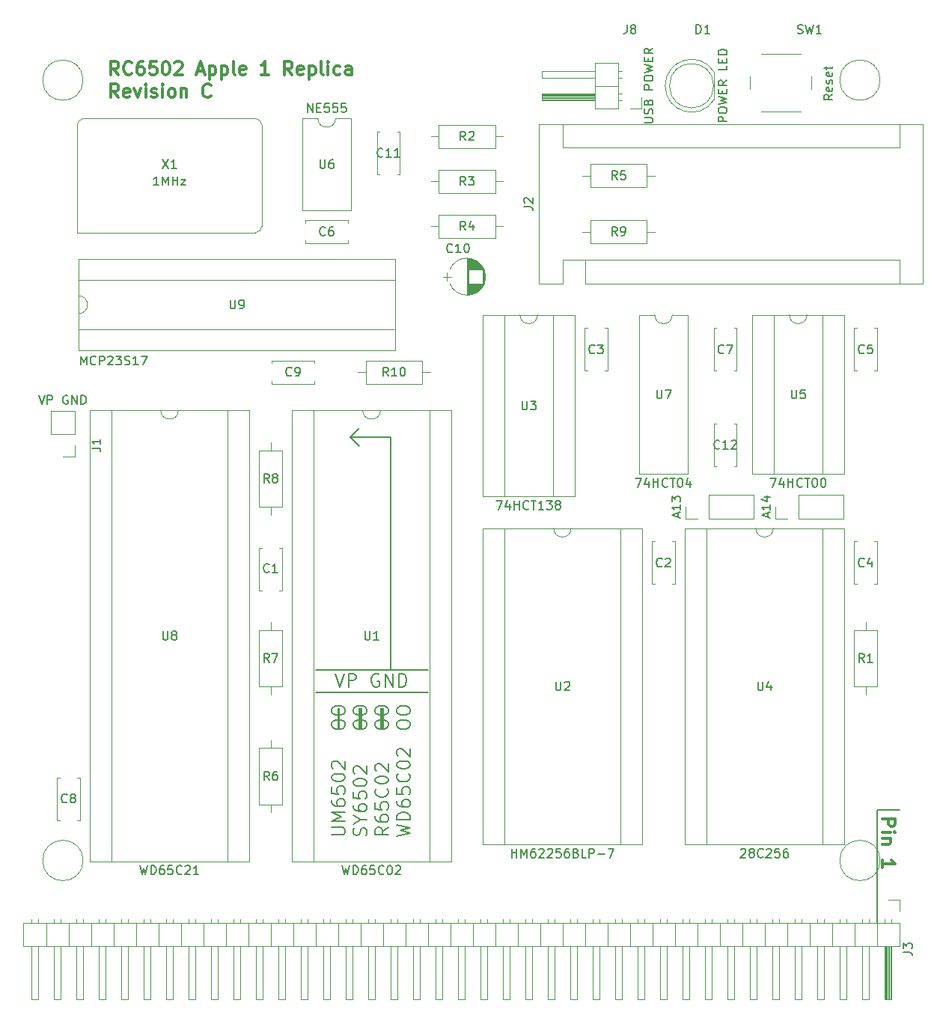
<source format=gto>
G04 #@! TF.FileFunction,Legend,Top*
%FSLAX46Y46*%
G04 Gerber Fmt 4.6, Leading zero omitted, Abs format (unit mm)*
G04 Created by KiCad (PCBNEW 4.0.7) date 01/02/19 15:29:26*
%MOMM*%
%LPD*%
G01*
G04 APERTURE LIST*
%ADD10C,0.100000*%
%ADD11C,0.200000*%
%ADD12C,0.300000*%
%ADD13C,0.150000*%
%ADD14C,0.120000*%
G04 APERTURE END LIST*
D10*
D11*
X157734000Y-84201000D02*
X157734000Y-110490000D01*
X149225000Y-110490000D02*
X161925000Y-110490000D01*
X149225000Y-113030000D02*
X161925000Y-113030000D01*
X153162000Y-84201000D02*
X154178000Y-85217000D01*
X153162000Y-84201000D02*
X154178000Y-83185000D01*
X157734000Y-84201000D02*
X153162000Y-84201000D01*
X154432000Y-117221000D02*
X154432000Y-114808000D01*
X156845000Y-117221000D02*
X156845000Y-114808000D01*
X156591000Y-115316000D02*
X156718000Y-115316000D01*
X156591000Y-117221000D02*
X156591000Y-114808000D01*
X156718000Y-117221000D02*
X156718000Y-114808000D01*
X154178000Y-114808000D02*
X154178000Y-117221000D01*
X154305000Y-117221000D02*
X154305000Y-114808000D01*
X151765000Y-114808000D02*
X151765000Y-117221000D01*
X151892000Y-114808000D02*
X151892000Y-117221000D01*
X151467857Y-110938571D02*
X151967857Y-112438571D01*
X152467857Y-110938571D01*
X152967857Y-112438571D02*
X152967857Y-110938571D01*
X153539285Y-110938571D01*
X153682143Y-111010000D01*
X153753571Y-111081429D01*
X153825000Y-111224286D01*
X153825000Y-111438571D01*
X153753571Y-111581429D01*
X153682143Y-111652857D01*
X153539285Y-111724286D01*
X152967857Y-111724286D01*
X156396428Y-111010000D02*
X156253571Y-110938571D01*
X156039285Y-110938571D01*
X155825000Y-111010000D01*
X155682142Y-111152857D01*
X155610714Y-111295714D01*
X155539285Y-111581429D01*
X155539285Y-111795714D01*
X155610714Y-112081429D01*
X155682142Y-112224286D01*
X155825000Y-112367143D01*
X156039285Y-112438571D01*
X156182142Y-112438571D01*
X156396428Y-112367143D01*
X156467857Y-112295714D01*
X156467857Y-111795714D01*
X156182142Y-111795714D01*
X157110714Y-112438571D02*
X157110714Y-110938571D01*
X157967857Y-112438571D01*
X157967857Y-110938571D01*
X158682143Y-112438571D02*
X158682143Y-110938571D01*
X159039286Y-110938571D01*
X159253571Y-111010000D01*
X159396429Y-111152857D01*
X159467857Y-111295714D01*
X159539286Y-111581429D01*
X159539286Y-111795714D01*
X159467857Y-112081429D01*
X159396429Y-112224286D01*
X159253571Y-112367143D01*
X159039286Y-112438571D01*
X158682143Y-112438571D01*
X151078571Y-116832143D02*
X151078571Y-116546429D01*
X151150000Y-116403571D01*
X151292857Y-116260714D01*
X151578571Y-116189286D01*
X152078571Y-116189286D01*
X152364286Y-116260714D01*
X152507143Y-116403571D01*
X152578571Y-116546429D01*
X152578571Y-116832143D01*
X152507143Y-116975000D01*
X152364286Y-117117857D01*
X152078571Y-117189286D01*
X151578571Y-117189286D01*
X151292857Y-117117857D01*
X151150000Y-116975000D01*
X151078571Y-116832143D01*
X151078571Y-115260714D02*
X151078571Y-114975000D01*
X151150000Y-114832142D01*
X151292857Y-114689285D01*
X151578571Y-114617857D01*
X152078571Y-114617857D01*
X152364286Y-114689285D01*
X152507143Y-114832142D01*
X152578571Y-114975000D01*
X152578571Y-115260714D01*
X152507143Y-115403571D01*
X152364286Y-115546428D01*
X152078571Y-115617857D01*
X151578571Y-115617857D01*
X151292857Y-115546428D01*
X151150000Y-115403571D01*
X151078571Y-115260714D01*
X153528571Y-116832143D02*
X153528571Y-116546429D01*
X153600000Y-116403571D01*
X153742857Y-116260714D01*
X154028571Y-116189286D01*
X154528571Y-116189286D01*
X154814286Y-116260714D01*
X154957143Y-116403571D01*
X155028571Y-116546429D01*
X155028571Y-116832143D01*
X154957143Y-116975000D01*
X154814286Y-117117857D01*
X154528571Y-117189286D01*
X154028571Y-117189286D01*
X153742857Y-117117857D01*
X153600000Y-116975000D01*
X153528571Y-116832143D01*
X153528571Y-115260714D02*
X153528571Y-114975000D01*
X153600000Y-114832142D01*
X153742857Y-114689285D01*
X154028571Y-114617857D01*
X154528571Y-114617857D01*
X154814286Y-114689285D01*
X154957143Y-114832142D01*
X155028571Y-114975000D01*
X155028571Y-115260714D01*
X154957143Y-115403571D01*
X154814286Y-115546428D01*
X154528571Y-115617857D01*
X154028571Y-115617857D01*
X153742857Y-115546428D01*
X153600000Y-115403571D01*
X153528571Y-115260714D01*
X155978571Y-116832143D02*
X155978571Y-116546429D01*
X156050000Y-116403571D01*
X156192857Y-116260714D01*
X156478571Y-116189286D01*
X156978571Y-116189286D01*
X157264286Y-116260714D01*
X157407143Y-116403571D01*
X157478571Y-116546429D01*
X157478571Y-116832143D01*
X157407143Y-116975000D01*
X157264286Y-117117857D01*
X156978571Y-117189286D01*
X156478571Y-117189286D01*
X156192857Y-117117857D01*
X156050000Y-116975000D01*
X155978571Y-116832143D01*
X155978571Y-115260714D02*
X155978571Y-114975000D01*
X156050000Y-114832142D01*
X156192857Y-114689285D01*
X156478571Y-114617857D01*
X156978571Y-114617857D01*
X157264286Y-114689285D01*
X157407143Y-114832142D01*
X157478571Y-114975000D01*
X157478571Y-115260714D01*
X157407143Y-115403571D01*
X157264286Y-115546428D01*
X156978571Y-115617857D01*
X156478571Y-115617857D01*
X156192857Y-115546428D01*
X156050000Y-115403571D01*
X155978571Y-115260714D01*
X158428571Y-116832143D02*
X158428571Y-116546429D01*
X158500000Y-116403571D01*
X158642857Y-116260714D01*
X158928571Y-116189286D01*
X159428571Y-116189286D01*
X159714286Y-116260714D01*
X159857143Y-116403571D01*
X159928571Y-116546429D01*
X159928571Y-116832143D01*
X159857143Y-116975000D01*
X159714286Y-117117857D01*
X159428571Y-117189286D01*
X158928571Y-117189286D01*
X158642857Y-117117857D01*
X158500000Y-116975000D01*
X158428571Y-116832143D01*
X158428571Y-115260714D02*
X158428571Y-114975000D01*
X158500000Y-114832142D01*
X158642857Y-114689285D01*
X158928571Y-114617857D01*
X159428571Y-114617857D01*
X159714286Y-114689285D01*
X159857143Y-114832142D01*
X159928571Y-114975000D01*
X159928571Y-115260714D01*
X159857143Y-115403571D01*
X159714286Y-115546428D01*
X159428571Y-115617857D01*
X158928571Y-115617857D01*
X158642857Y-115546428D01*
X158500000Y-115403571D01*
X158428571Y-115260714D01*
X151078571Y-129182857D02*
X152292857Y-129182857D01*
X152435714Y-129111429D01*
X152507143Y-129040000D01*
X152578571Y-128897143D01*
X152578571Y-128611429D01*
X152507143Y-128468571D01*
X152435714Y-128397143D01*
X152292857Y-128325714D01*
X151078571Y-128325714D01*
X152578571Y-127611428D02*
X151078571Y-127611428D01*
X152150000Y-127111428D01*
X151078571Y-126611428D01*
X152578571Y-126611428D01*
X151078571Y-125254285D02*
X151078571Y-125539999D01*
X151150000Y-125682856D01*
X151221429Y-125754285D01*
X151435714Y-125897142D01*
X151721429Y-125968571D01*
X152292857Y-125968571D01*
X152435714Y-125897142D01*
X152507143Y-125825714D01*
X152578571Y-125682856D01*
X152578571Y-125397142D01*
X152507143Y-125254285D01*
X152435714Y-125182856D01*
X152292857Y-125111428D01*
X151935714Y-125111428D01*
X151792857Y-125182856D01*
X151721429Y-125254285D01*
X151650000Y-125397142D01*
X151650000Y-125682856D01*
X151721429Y-125825714D01*
X151792857Y-125897142D01*
X151935714Y-125968571D01*
X151078571Y-123754285D02*
X151078571Y-124468571D01*
X151792857Y-124540000D01*
X151721429Y-124468571D01*
X151650000Y-124325714D01*
X151650000Y-123968571D01*
X151721429Y-123825714D01*
X151792857Y-123754285D01*
X151935714Y-123682857D01*
X152292857Y-123682857D01*
X152435714Y-123754285D01*
X152507143Y-123825714D01*
X152578571Y-123968571D01*
X152578571Y-124325714D01*
X152507143Y-124468571D01*
X152435714Y-124540000D01*
X151078571Y-122754286D02*
X151078571Y-122611429D01*
X151150000Y-122468572D01*
X151221429Y-122397143D01*
X151364286Y-122325714D01*
X151650000Y-122254286D01*
X152007143Y-122254286D01*
X152292857Y-122325714D01*
X152435714Y-122397143D01*
X152507143Y-122468572D01*
X152578571Y-122611429D01*
X152578571Y-122754286D01*
X152507143Y-122897143D01*
X152435714Y-122968572D01*
X152292857Y-123040000D01*
X152007143Y-123111429D01*
X151650000Y-123111429D01*
X151364286Y-123040000D01*
X151221429Y-122968572D01*
X151150000Y-122897143D01*
X151078571Y-122754286D01*
X151221429Y-121682858D02*
X151150000Y-121611429D01*
X151078571Y-121468572D01*
X151078571Y-121111429D01*
X151150000Y-120968572D01*
X151221429Y-120897143D01*
X151364286Y-120825715D01*
X151507143Y-120825715D01*
X151721429Y-120897143D01*
X152578571Y-121754286D01*
X152578571Y-120825715D01*
X154957143Y-129254286D02*
X155028571Y-129040000D01*
X155028571Y-128682857D01*
X154957143Y-128540000D01*
X154885714Y-128468571D01*
X154742857Y-128397143D01*
X154600000Y-128397143D01*
X154457143Y-128468571D01*
X154385714Y-128540000D01*
X154314286Y-128682857D01*
X154242857Y-128968571D01*
X154171429Y-129111429D01*
X154100000Y-129182857D01*
X153957143Y-129254286D01*
X153814286Y-129254286D01*
X153671429Y-129182857D01*
X153600000Y-129111429D01*
X153528571Y-128968571D01*
X153528571Y-128611429D01*
X153600000Y-128397143D01*
X154314286Y-127468572D02*
X155028571Y-127468572D01*
X153528571Y-127968572D02*
X154314286Y-127468572D01*
X153528571Y-126968572D01*
X153528571Y-125825715D02*
X153528571Y-126111429D01*
X153600000Y-126254286D01*
X153671429Y-126325715D01*
X153885714Y-126468572D01*
X154171429Y-126540001D01*
X154742857Y-126540001D01*
X154885714Y-126468572D01*
X154957143Y-126397144D01*
X155028571Y-126254286D01*
X155028571Y-125968572D01*
X154957143Y-125825715D01*
X154885714Y-125754286D01*
X154742857Y-125682858D01*
X154385714Y-125682858D01*
X154242857Y-125754286D01*
X154171429Y-125825715D01*
X154100000Y-125968572D01*
X154100000Y-126254286D01*
X154171429Y-126397144D01*
X154242857Y-126468572D01*
X154385714Y-126540001D01*
X153528571Y-124325715D02*
X153528571Y-125040001D01*
X154242857Y-125111430D01*
X154171429Y-125040001D01*
X154100000Y-124897144D01*
X154100000Y-124540001D01*
X154171429Y-124397144D01*
X154242857Y-124325715D01*
X154385714Y-124254287D01*
X154742857Y-124254287D01*
X154885714Y-124325715D01*
X154957143Y-124397144D01*
X155028571Y-124540001D01*
X155028571Y-124897144D01*
X154957143Y-125040001D01*
X154885714Y-125111430D01*
X153528571Y-123325716D02*
X153528571Y-123182859D01*
X153600000Y-123040002D01*
X153671429Y-122968573D01*
X153814286Y-122897144D01*
X154100000Y-122825716D01*
X154457143Y-122825716D01*
X154742857Y-122897144D01*
X154885714Y-122968573D01*
X154957143Y-123040002D01*
X155028571Y-123182859D01*
X155028571Y-123325716D01*
X154957143Y-123468573D01*
X154885714Y-123540002D01*
X154742857Y-123611430D01*
X154457143Y-123682859D01*
X154100000Y-123682859D01*
X153814286Y-123611430D01*
X153671429Y-123540002D01*
X153600000Y-123468573D01*
X153528571Y-123325716D01*
X153671429Y-122254288D02*
X153600000Y-122182859D01*
X153528571Y-122040002D01*
X153528571Y-121682859D01*
X153600000Y-121540002D01*
X153671429Y-121468573D01*
X153814286Y-121397145D01*
X153957143Y-121397145D01*
X154171429Y-121468573D01*
X155028571Y-122325716D01*
X155028571Y-121397145D01*
X157478571Y-128325714D02*
X156764286Y-128825714D01*
X157478571Y-129182857D02*
X155978571Y-129182857D01*
X155978571Y-128611429D01*
X156050000Y-128468571D01*
X156121429Y-128397143D01*
X156264286Y-128325714D01*
X156478571Y-128325714D01*
X156621429Y-128397143D01*
X156692857Y-128468571D01*
X156764286Y-128611429D01*
X156764286Y-129182857D01*
X155978571Y-127040000D02*
X155978571Y-127325714D01*
X156050000Y-127468571D01*
X156121429Y-127540000D01*
X156335714Y-127682857D01*
X156621429Y-127754286D01*
X157192857Y-127754286D01*
X157335714Y-127682857D01*
X157407143Y-127611429D01*
X157478571Y-127468571D01*
X157478571Y-127182857D01*
X157407143Y-127040000D01*
X157335714Y-126968571D01*
X157192857Y-126897143D01*
X156835714Y-126897143D01*
X156692857Y-126968571D01*
X156621429Y-127040000D01*
X156550000Y-127182857D01*
X156550000Y-127468571D01*
X156621429Y-127611429D01*
X156692857Y-127682857D01*
X156835714Y-127754286D01*
X155978571Y-125540000D02*
X155978571Y-126254286D01*
X156692857Y-126325715D01*
X156621429Y-126254286D01*
X156550000Y-126111429D01*
X156550000Y-125754286D01*
X156621429Y-125611429D01*
X156692857Y-125540000D01*
X156835714Y-125468572D01*
X157192857Y-125468572D01*
X157335714Y-125540000D01*
X157407143Y-125611429D01*
X157478571Y-125754286D01*
X157478571Y-126111429D01*
X157407143Y-126254286D01*
X157335714Y-126325715D01*
X157335714Y-123968572D02*
X157407143Y-124040001D01*
X157478571Y-124254287D01*
X157478571Y-124397144D01*
X157407143Y-124611429D01*
X157264286Y-124754287D01*
X157121429Y-124825715D01*
X156835714Y-124897144D01*
X156621429Y-124897144D01*
X156335714Y-124825715D01*
X156192857Y-124754287D01*
X156050000Y-124611429D01*
X155978571Y-124397144D01*
X155978571Y-124254287D01*
X156050000Y-124040001D01*
X156121429Y-123968572D01*
X155978571Y-123040001D02*
X155978571Y-122897144D01*
X156050000Y-122754287D01*
X156121429Y-122682858D01*
X156264286Y-122611429D01*
X156550000Y-122540001D01*
X156907143Y-122540001D01*
X157192857Y-122611429D01*
X157335714Y-122682858D01*
X157407143Y-122754287D01*
X157478571Y-122897144D01*
X157478571Y-123040001D01*
X157407143Y-123182858D01*
X157335714Y-123254287D01*
X157192857Y-123325715D01*
X156907143Y-123397144D01*
X156550000Y-123397144D01*
X156264286Y-123325715D01*
X156121429Y-123254287D01*
X156050000Y-123182858D01*
X155978571Y-123040001D01*
X156121429Y-121968573D02*
X156050000Y-121897144D01*
X155978571Y-121754287D01*
X155978571Y-121397144D01*
X156050000Y-121254287D01*
X156121429Y-121182858D01*
X156264286Y-121111430D01*
X156407143Y-121111430D01*
X156621429Y-121182858D01*
X157478571Y-122040001D01*
X157478571Y-121111430D01*
X158428571Y-129325714D02*
X159928571Y-128968571D01*
X158857143Y-128682857D01*
X159928571Y-128397143D01*
X158428571Y-128040000D01*
X159928571Y-127468571D02*
X158428571Y-127468571D01*
X158428571Y-127111428D01*
X158500000Y-126897143D01*
X158642857Y-126754285D01*
X158785714Y-126682857D01*
X159071429Y-126611428D01*
X159285714Y-126611428D01*
X159571429Y-126682857D01*
X159714286Y-126754285D01*
X159857143Y-126897143D01*
X159928571Y-127111428D01*
X159928571Y-127468571D01*
X158428571Y-125325714D02*
X158428571Y-125611428D01*
X158500000Y-125754285D01*
X158571429Y-125825714D01*
X158785714Y-125968571D01*
X159071429Y-126040000D01*
X159642857Y-126040000D01*
X159785714Y-125968571D01*
X159857143Y-125897143D01*
X159928571Y-125754285D01*
X159928571Y-125468571D01*
X159857143Y-125325714D01*
X159785714Y-125254285D01*
X159642857Y-125182857D01*
X159285714Y-125182857D01*
X159142857Y-125254285D01*
X159071429Y-125325714D01*
X159000000Y-125468571D01*
X159000000Y-125754285D01*
X159071429Y-125897143D01*
X159142857Y-125968571D01*
X159285714Y-126040000D01*
X158428571Y-123825714D02*
X158428571Y-124540000D01*
X159142857Y-124611429D01*
X159071429Y-124540000D01*
X159000000Y-124397143D01*
X159000000Y-124040000D01*
X159071429Y-123897143D01*
X159142857Y-123825714D01*
X159285714Y-123754286D01*
X159642857Y-123754286D01*
X159785714Y-123825714D01*
X159857143Y-123897143D01*
X159928571Y-124040000D01*
X159928571Y-124397143D01*
X159857143Y-124540000D01*
X159785714Y-124611429D01*
X159785714Y-122254286D02*
X159857143Y-122325715D01*
X159928571Y-122540001D01*
X159928571Y-122682858D01*
X159857143Y-122897143D01*
X159714286Y-123040001D01*
X159571429Y-123111429D01*
X159285714Y-123182858D01*
X159071429Y-123182858D01*
X158785714Y-123111429D01*
X158642857Y-123040001D01*
X158500000Y-122897143D01*
X158428571Y-122682858D01*
X158428571Y-122540001D01*
X158500000Y-122325715D01*
X158571429Y-122254286D01*
X158428571Y-121325715D02*
X158428571Y-121182858D01*
X158500000Y-121040001D01*
X158571429Y-120968572D01*
X158714286Y-120897143D01*
X159000000Y-120825715D01*
X159357143Y-120825715D01*
X159642857Y-120897143D01*
X159785714Y-120968572D01*
X159857143Y-121040001D01*
X159928571Y-121182858D01*
X159928571Y-121325715D01*
X159857143Y-121468572D01*
X159785714Y-121540001D01*
X159642857Y-121611429D01*
X159357143Y-121682858D01*
X159000000Y-121682858D01*
X158714286Y-121611429D01*
X158571429Y-121540001D01*
X158500000Y-121468572D01*
X158428571Y-121325715D01*
X158571429Y-120254287D02*
X158500000Y-120182858D01*
X158428571Y-120040001D01*
X158428571Y-119682858D01*
X158500000Y-119540001D01*
X158571429Y-119468572D01*
X158714286Y-119397144D01*
X158857143Y-119397144D01*
X159071429Y-119468572D01*
X159928571Y-120325715D01*
X159928571Y-119397144D01*
D12*
X213316429Y-127357143D02*
X214816429Y-127357143D01*
X214816429Y-127928571D01*
X214745000Y-128071429D01*
X214673571Y-128142857D01*
X214530714Y-128214286D01*
X214316429Y-128214286D01*
X214173571Y-128142857D01*
X214102143Y-128071429D01*
X214030714Y-127928571D01*
X214030714Y-127357143D01*
X213316429Y-128857143D02*
X214316429Y-128857143D01*
X214816429Y-128857143D02*
X214745000Y-128785714D01*
X214673571Y-128857143D01*
X214745000Y-128928571D01*
X214816429Y-128857143D01*
X214673571Y-128857143D01*
X214316429Y-129571429D02*
X213316429Y-129571429D01*
X214173571Y-129571429D02*
X214245000Y-129642857D01*
X214316429Y-129785715D01*
X214316429Y-130000000D01*
X214245000Y-130142857D01*
X214102143Y-130214286D01*
X213316429Y-130214286D01*
X213316429Y-132857143D02*
X213316429Y-132000000D01*
X213316429Y-132428572D02*
X214816429Y-132428572D01*
X214602143Y-132285715D01*
X214459286Y-132142857D01*
X214387857Y-132000000D01*
D11*
X212725000Y-126365000D02*
X215265000Y-126365000D01*
X212725000Y-139065000D02*
X212725000Y-126365000D01*
D13*
X186396381Y-48640476D02*
X187205905Y-48640476D01*
X187301143Y-48592857D01*
X187348762Y-48545238D01*
X187396381Y-48450000D01*
X187396381Y-48259523D01*
X187348762Y-48164285D01*
X187301143Y-48116666D01*
X187205905Y-48069047D01*
X186396381Y-48069047D01*
X187348762Y-47640476D02*
X187396381Y-47497619D01*
X187396381Y-47259523D01*
X187348762Y-47164285D01*
X187301143Y-47116666D01*
X187205905Y-47069047D01*
X187110667Y-47069047D01*
X187015429Y-47116666D01*
X186967810Y-47164285D01*
X186920190Y-47259523D01*
X186872571Y-47450000D01*
X186824952Y-47545238D01*
X186777333Y-47592857D01*
X186682095Y-47640476D01*
X186586857Y-47640476D01*
X186491619Y-47592857D01*
X186444000Y-47545238D01*
X186396381Y-47450000D01*
X186396381Y-47211904D01*
X186444000Y-47069047D01*
X186872571Y-46307142D02*
X186920190Y-46164285D01*
X186967810Y-46116666D01*
X187063048Y-46069047D01*
X187205905Y-46069047D01*
X187301143Y-46116666D01*
X187348762Y-46164285D01*
X187396381Y-46259523D01*
X187396381Y-46640476D01*
X186396381Y-46640476D01*
X186396381Y-46307142D01*
X186444000Y-46211904D01*
X186491619Y-46164285D01*
X186586857Y-46116666D01*
X186682095Y-46116666D01*
X186777333Y-46164285D01*
X186824952Y-46211904D01*
X186872571Y-46307142D01*
X186872571Y-46640476D01*
X187396381Y-44878571D02*
X186396381Y-44878571D01*
X186396381Y-44497618D01*
X186444000Y-44402380D01*
X186491619Y-44354761D01*
X186586857Y-44307142D01*
X186729714Y-44307142D01*
X186824952Y-44354761D01*
X186872571Y-44402380D01*
X186920190Y-44497618D01*
X186920190Y-44878571D01*
X186396381Y-43688095D02*
X186396381Y-43497618D01*
X186444000Y-43402380D01*
X186539238Y-43307142D01*
X186729714Y-43259523D01*
X187063048Y-43259523D01*
X187253524Y-43307142D01*
X187348762Y-43402380D01*
X187396381Y-43497618D01*
X187396381Y-43688095D01*
X187348762Y-43783333D01*
X187253524Y-43878571D01*
X187063048Y-43926190D01*
X186729714Y-43926190D01*
X186539238Y-43878571D01*
X186444000Y-43783333D01*
X186396381Y-43688095D01*
X186396381Y-42926190D02*
X187396381Y-42688095D01*
X186682095Y-42497618D01*
X187396381Y-42307142D01*
X186396381Y-42069047D01*
X186872571Y-41688095D02*
X186872571Y-41354761D01*
X187396381Y-41211904D02*
X187396381Y-41688095D01*
X186396381Y-41688095D01*
X186396381Y-41211904D01*
X187396381Y-40211904D02*
X186920190Y-40545238D01*
X187396381Y-40783333D02*
X186396381Y-40783333D01*
X186396381Y-40402380D01*
X186444000Y-40307142D01*
X186491619Y-40259523D01*
X186586857Y-40211904D01*
X186729714Y-40211904D01*
X186824952Y-40259523D01*
X186872571Y-40307142D01*
X186920190Y-40402380D01*
X186920190Y-40783333D01*
X195778381Y-48497619D02*
X194778381Y-48497619D01*
X194778381Y-48116666D01*
X194826000Y-48021428D01*
X194873619Y-47973809D01*
X194968857Y-47926190D01*
X195111714Y-47926190D01*
X195206952Y-47973809D01*
X195254571Y-48021428D01*
X195302190Y-48116666D01*
X195302190Y-48497619D01*
X194778381Y-47307143D02*
X194778381Y-47116666D01*
X194826000Y-47021428D01*
X194921238Y-46926190D01*
X195111714Y-46878571D01*
X195445048Y-46878571D01*
X195635524Y-46926190D01*
X195730762Y-47021428D01*
X195778381Y-47116666D01*
X195778381Y-47307143D01*
X195730762Y-47402381D01*
X195635524Y-47497619D01*
X195445048Y-47545238D01*
X195111714Y-47545238D01*
X194921238Y-47497619D01*
X194826000Y-47402381D01*
X194778381Y-47307143D01*
X194778381Y-46545238D02*
X195778381Y-46307143D01*
X195064095Y-46116666D01*
X195778381Y-45926190D01*
X194778381Y-45688095D01*
X195254571Y-45307143D02*
X195254571Y-44973809D01*
X195778381Y-44830952D02*
X195778381Y-45307143D01*
X194778381Y-45307143D01*
X194778381Y-44830952D01*
X195778381Y-43830952D02*
X195302190Y-44164286D01*
X195778381Y-44402381D02*
X194778381Y-44402381D01*
X194778381Y-44021428D01*
X194826000Y-43926190D01*
X194873619Y-43878571D01*
X194968857Y-43830952D01*
X195111714Y-43830952D01*
X195206952Y-43878571D01*
X195254571Y-43926190D01*
X195302190Y-44021428D01*
X195302190Y-44402381D01*
X195778381Y-42164285D02*
X195778381Y-42640476D01*
X194778381Y-42640476D01*
X195254571Y-41830952D02*
X195254571Y-41497618D01*
X195778381Y-41354761D02*
X195778381Y-41830952D01*
X194778381Y-41830952D01*
X194778381Y-41354761D01*
X195778381Y-40926190D02*
X194778381Y-40926190D01*
X194778381Y-40688095D01*
X194826000Y-40545237D01*
X194921238Y-40449999D01*
X195016476Y-40402380D01*
X195206952Y-40354761D01*
X195349810Y-40354761D01*
X195540286Y-40402380D01*
X195635524Y-40449999D01*
X195730762Y-40545237D01*
X195778381Y-40688095D01*
X195778381Y-40926190D01*
X207716381Y-45434095D02*
X207240190Y-45767429D01*
X207716381Y-46005524D02*
X206716381Y-46005524D01*
X206716381Y-45624571D01*
X206764000Y-45529333D01*
X206811619Y-45481714D01*
X206906857Y-45434095D01*
X207049714Y-45434095D01*
X207144952Y-45481714D01*
X207192571Y-45529333D01*
X207240190Y-45624571D01*
X207240190Y-46005524D01*
X207668762Y-44624571D02*
X207716381Y-44719809D01*
X207716381Y-44910286D01*
X207668762Y-45005524D01*
X207573524Y-45053143D01*
X207192571Y-45053143D01*
X207097333Y-45005524D01*
X207049714Y-44910286D01*
X207049714Y-44719809D01*
X207097333Y-44624571D01*
X207192571Y-44576952D01*
X207287810Y-44576952D01*
X207383048Y-45053143D01*
X207668762Y-44196000D02*
X207716381Y-44100762D01*
X207716381Y-43910286D01*
X207668762Y-43815047D01*
X207573524Y-43767428D01*
X207525905Y-43767428D01*
X207430667Y-43815047D01*
X207383048Y-43910286D01*
X207383048Y-44053143D01*
X207335429Y-44148381D01*
X207240190Y-44196000D01*
X207192571Y-44196000D01*
X207097333Y-44148381D01*
X207049714Y-44053143D01*
X207049714Y-43910286D01*
X207097333Y-43815047D01*
X207668762Y-42957904D02*
X207716381Y-43053142D01*
X207716381Y-43243619D01*
X207668762Y-43338857D01*
X207573524Y-43386476D01*
X207192571Y-43386476D01*
X207097333Y-43338857D01*
X207049714Y-43243619D01*
X207049714Y-43053142D01*
X207097333Y-42957904D01*
X207192571Y-42910285D01*
X207287810Y-42910285D01*
X207383048Y-43386476D01*
X207049714Y-42624571D02*
X207049714Y-42243619D01*
X206716381Y-42481714D02*
X207573524Y-42481714D01*
X207668762Y-42434095D01*
X207716381Y-42338857D01*
X207716381Y-42243619D01*
D12*
X126944286Y-43218571D02*
X126444286Y-42504286D01*
X126087143Y-43218571D02*
X126087143Y-41718571D01*
X126658571Y-41718571D01*
X126801429Y-41790000D01*
X126872857Y-41861429D01*
X126944286Y-42004286D01*
X126944286Y-42218571D01*
X126872857Y-42361429D01*
X126801429Y-42432857D01*
X126658571Y-42504286D01*
X126087143Y-42504286D01*
X128444286Y-43075714D02*
X128372857Y-43147143D01*
X128158571Y-43218571D01*
X128015714Y-43218571D01*
X127801429Y-43147143D01*
X127658571Y-43004286D01*
X127587143Y-42861429D01*
X127515714Y-42575714D01*
X127515714Y-42361429D01*
X127587143Y-42075714D01*
X127658571Y-41932857D01*
X127801429Y-41790000D01*
X128015714Y-41718571D01*
X128158571Y-41718571D01*
X128372857Y-41790000D01*
X128444286Y-41861429D01*
X129730000Y-41718571D02*
X129444286Y-41718571D01*
X129301429Y-41790000D01*
X129230000Y-41861429D01*
X129087143Y-42075714D01*
X129015714Y-42361429D01*
X129015714Y-42932857D01*
X129087143Y-43075714D01*
X129158571Y-43147143D01*
X129301429Y-43218571D01*
X129587143Y-43218571D01*
X129730000Y-43147143D01*
X129801429Y-43075714D01*
X129872857Y-42932857D01*
X129872857Y-42575714D01*
X129801429Y-42432857D01*
X129730000Y-42361429D01*
X129587143Y-42290000D01*
X129301429Y-42290000D01*
X129158571Y-42361429D01*
X129087143Y-42432857D01*
X129015714Y-42575714D01*
X131230000Y-41718571D02*
X130515714Y-41718571D01*
X130444285Y-42432857D01*
X130515714Y-42361429D01*
X130658571Y-42290000D01*
X131015714Y-42290000D01*
X131158571Y-42361429D01*
X131230000Y-42432857D01*
X131301428Y-42575714D01*
X131301428Y-42932857D01*
X131230000Y-43075714D01*
X131158571Y-43147143D01*
X131015714Y-43218571D01*
X130658571Y-43218571D01*
X130515714Y-43147143D01*
X130444285Y-43075714D01*
X132229999Y-41718571D02*
X132372856Y-41718571D01*
X132515713Y-41790000D01*
X132587142Y-41861429D01*
X132658571Y-42004286D01*
X132729999Y-42290000D01*
X132729999Y-42647143D01*
X132658571Y-42932857D01*
X132587142Y-43075714D01*
X132515713Y-43147143D01*
X132372856Y-43218571D01*
X132229999Y-43218571D01*
X132087142Y-43147143D01*
X132015713Y-43075714D01*
X131944285Y-42932857D01*
X131872856Y-42647143D01*
X131872856Y-42290000D01*
X131944285Y-42004286D01*
X132015713Y-41861429D01*
X132087142Y-41790000D01*
X132229999Y-41718571D01*
X133301427Y-41861429D02*
X133372856Y-41790000D01*
X133515713Y-41718571D01*
X133872856Y-41718571D01*
X134015713Y-41790000D01*
X134087142Y-41861429D01*
X134158570Y-42004286D01*
X134158570Y-42147143D01*
X134087142Y-42361429D01*
X133229999Y-43218571D01*
X134158570Y-43218571D01*
X135872855Y-42790000D02*
X136587141Y-42790000D01*
X135729998Y-43218571D02*
X136229998Y-41718571D01*
X136729998Y-43218571D01*
X137229998Y-42218571D02*
X137229998Y-43718571D01*
X137229998Y-42290000D02*
X137372855Y-42218571D01*
X137658569Y-42218571D01*
X137801426Y-42290000D01*
X137872855Y-42361429D01*
X137944284Y-42504286D01*
X137944284Y-42932857D01*
X137872855Y-43075714D01*
X137801426Y-43147143D01*
X137658569Y-43218571D01*
X137372855Y-43218571D01*
X137229998Y-43147143D01*
X138587141Y-42218571D02*
X138587141Y-43718571D01*
X138587141Y-42290000D02*
X138729998Y-42218571D01*
X139015712Y-42218571D01*
X139158569Y-42290000D01*
X139229998Y-42361429D01*
X139301427Y-42504286D01*
X139301427Y-42932857D01*
X139229998Y-43075714D01*
X139158569Y-43147143D01*
X139015712Y-43218571D01*
X138729998Y-43218571D01*
X138587141Y-43147143D01*
X140158570Y-43218571D02*
X140015712Y-43147143D01*
X139944284Y-43004286D01*
X139944284Y-41718571D01*
X141301426Y-43147143D02*
X141158569Y-43218571D01*
X140872855Y-43218571D01*
X140729998Y-43147143D01*
X140658569Y-43004286D01*
X140658569Y-42432857D01*
X140729998Y-42290000D01*
X140872855Y-42218571D01*
X141158569Y-42218571D01*
X141301426Y-42290000D01*
X141372855Y-42432857D01*
X141372855Y-42575714D01*
X140658569Y-42718571D01*
X143944283Y-43218571D02*
X143087140Y-43218571D01*
X143515712Y-43218571D02*
X143515712Y-41718571D01*
X143372855Y-41932857D01*
X143229997Y-42075714D01*
X143087140Y-42147143D01*
X146587140Y-43218571D02*
X146087140Y-42504286D01*
X145729997Y-43218571D02*
X145729997Y-41718571D01*
X146301425Y-41718571D01*
X146444283Y-41790000D01*
X146515711Y-41861429D01*
X146587140Y-42004286D01*
X146587140Y-42218571D01*
X146515711Y-42361429D01*
X146444283Y-42432857D01*
X146301425Y-42504286D01*
X145729997Y-42504286D01*
X147801425Y-43147143D02*
X147658568Y-43218571D01*
X147372854Y-43218571D01*
X147229997Y-43147143D01*
X147158568Y-43004286D01*
X147158568Y-42432857D01*
X147229997Y-42290000D01*
X147372854Y-42218571D01*
X147658568Y-42218571D01*
X147801425Y-42290000D01*
X147872854Y-42432857D01*
X147872854Y-42575714D01*
X147158568Y-42718571D01*
X148515711Y-42218571D02*
X148515711Y-43718571D01*
X148515711Y-42290000D02*
X148658568Y-42218571D01*
X148944282Y-42218571D01*
X149087139Y-42290000D01*
X149158568Y-42361429D01*
X149229997Y-42504286D01*
X149229997Y-42932857D01*
X149158568Y-43075714D01*
X149087139Y-43147143D01*
X148944282Y-43218571D01*
X148658568Y-43218571D01*
X148515711Y-43147143D01*
X150087140Y-43218571D02*
X149944282Y-43147143D01*
X149872854Y-43004286D01*
X149872854Y-41718571D01*
X150658568Y-43218571D02*
X150658568Y-42218571D01*
X150658568Y-41718571D02*
X150587139Y-41790000D01*
X150658568Y-41861429D01*
X150729996Y-41790000D01*
X150658568Y-41718571D01*
X150658568Y-41861429D01*
X152015711Y-43147143D02*
X151872854Y-43218571D01*
X151587140Y-43218571D01*
X151444282Y-43147143D01*
X151372854Y-43075714D01*
X151301425Y-42932857D01*
X151301425Y-42504286D01*
X151372854Y-42361429D01*
X151444282Y-42290000D01*
X151587140Y-42218571D01*
X151872854Y-42218571D01*
X152015711Y-42290000D01*
X153301425Y-43218571D02*
X153301425Y-42432857D01*
X153229996Y-42290000D01*
X153087139Y-42218571D01*
X152801425Y-42218571D01*
X152658568Y-42290000D01*
X153301425Y-43147143D02*
X153158568Y-43218571D01*
X152801425Y-43218571D01*
X152658568Y-43147143D01*
X152587139Y-43004286D01*
X152587139Y-42861429D01*
X152658568Y-42718571D01*
X152801425Y-42647143D01*
X153158568Y-42647143D01*
X153301425Y-42575714D01*
X126944286Y-45768571D02*
X126444286Y-45054286D01*
X126087143Y-45768571D02*
X126087143Y-44268571D01*
X126658571Y-44268571D01*
X126801429Y-44340000D01*
X126872857Y-44411429D01*
X126944286Y-44554286D01*
X126944286Y-44768571D01*
X126872857Y-44911429D01*
X126801429Y-44982857D01*
X126658571Y-45054286D01*
X126087143Y-45054286D01*
X128158571Y-45697143D02*
X128015714Y-45768571D01*
X127730000Y-45768571D01*
X127587143Y-45697143D01*
X127515714Y-45554286D01*
X127515714Y-44982857D01*
X127587143Y-44840000D01*
X127730000Y-44768571D01*
X128015714Y-44768571D01*
X128158571Y-44840000D01*
X128230000Y-44982857D01*
X128230000Y-45125714D01*
X127515714Y-45268571D01*
X128730000Y-44768571D02*
X129087143Y-45768571D01*
X129444285Y-44768571D01*
X130015714Y-45768571D02*
X130015714Y-44768571D01*
X130015714Y-44268571D02*
X129944285Y-44340000D01*
X130015714Y-44411429D01*
X130087142Y-44340000D01*
X130015714Y-44268571D01*
X130015714Y-44411429D01*
X130658571Y-45697143D02*
X130801428Y-45768571D01*
X131087143Y-45768571D01*
X131230000Y-45697143D01*
X131301428Y-45554286D01*
X131301428Y-45482857D01*
X131230000Y-45340000D01*
X131087143Y-45268571D01*
X130872857Y-45268571D01*
X130730000Y-45197143D01*
X130658571Y-45054286D01*
X130658571Y-44982857D01*
X130730000Y-44840000D01*
X130872857Y-44768571D01*
X131087143Y-44768571D01*
X131230000Y-44840000D01*
X131944286Y-45768571D02*
X131944286Y-44768571D01*
X131944286Y-44268571D02*
X131872857Y-44340000D01*
X131944286Y-44411429D01*
X132015714Y-44340000D01*
X131944286Y-44268571D01*
X131944286Y-44411429D01*
X132872858Y-45768571D02*
X132730000Y-45697143D01*
X132658572Y-45625714D01*
X132587143Y-45482857D01*
X132587143Y-45054286D01*
X132658572Y-44911429D01*
X132730000Y-44840000D01*
X132872858Y-44768571D01*
X133087143Y-44768571D01*
X133230000Y-44840000D01*
X133301429Y-44911429D01*
X133372858Y-45054286D01*
X133372858Y-45482857D01*
X133301429Y-45625714D01*
X133230000Y-45697143D01*
X133087143Y-45768571D01*
X132872858Y-45768571D01*
X134015715Y-44768571D02*
X134015715Y-45768571D01*
X134015715Y-44911429D02*
X134087143Y-44840000D01*
X134230001Y-44768571D01*
X134444286Y-44768571D01*
X134587143Y-44840000D01*
X134658572Y-44982857D01*
X134658572Y-45768571D01*
X137372858Y-45625714D02*
X137301429Y-45697143D01*
X137087143Y-45768571D01*
X136944286Y-45768571D01*
X136730001Y-45697143D01*
X136587143Y-45554286D01*
X136515715Y-45411429D01*
X136444286Y-45125714D01*
X136444286Y-44911429D01*
X136515715Y-44625714D01*
X136587143Y-44482857D01*
X136730001Y-44340000D01*
X136944286Y-44268571D01*
X137087143Y-44268571D01*
X137301429Y-44340000D01*
X137372858Y-44411429D01*
D14*
X154575000Y-81160000D02*
X148995000Y-81160000D01*
X148995000Y-81160000D02*
X148995000Y-132200000D01*
X148995000Y-132200000D02*
X162155000Y-132200000D01*
X162155000Y-132200000D02*
X162155000Y-81160000D01*
X162155000Y-81160000D02*
X156575000Y-81160000D01*
X146565000Y-81160000D02*
X146565000Y-132200000D01*
X146565000Y-132200000D02*
X164585000Y-132200000D01*
X164585000Y-132200000D02*
X164585000Y-81160000D01*
X164585000Y-81160000D02*
X146565000Y-81160000D01*
X156575000Y-81160000D02*
G75*
G02X154575000Y-81160000I-1000000J0D01*
G01*
X142835000Y-101510000D02*
X142835000Y-96690000D01*
X145455000Y-101510000D02*
X145455000Y-96690000D01*
X142835000Y-101510000D02*
X143149000Y-101510000D01*
X145141000Y-101510000D02*
X145455000Y-101510000D01*
X142835000Y-96690000D02*
X143149000Y-96690000D01*
X145141000Y-96690000D02*
X145455000Y-96690000D01*
X189905000Y-95975000D02*
X189905000Y-100795000D01*
X187285000Y-95975000D02*
X187285000Y-100795000D01*
X189905000Y-95975000D02*
X189591000Y-95975000D01*
X187599000Y-95975000D02*
X187285000Y-95975000D01*
X189905000Y-100795000D02*
X189591000Y-100795000D01*
X187599000Y-100795000D02*
X187285000Y-100795000D01*
X212765000Y-95975000D02*
X212765000Y-100795000D01*
X210145000Y-95975000D02*
X210145000Y-100795000D01*
X212765000Y-95975000D02*
X212451000Y-95975000D01*
X210459000Y-95975000D02*
X210145000Y-95975000D01*
X212765000Y-100795000D02*
X212451000Y-100795000D01*
X210459000Y-100795000D02*
X210145000Y-100795000D01*
X212765000Y-71845000D02*
X212765000Y-76665000D01*
X210145000Y-71845000D02*
X210145000Y-76665000D01*
X212765000Y-71845000D02*
X212451000Y-71845000D01*
X210459000Y-71845000D02*
X210145000Y-71845000D01*
X212765000Y-76665000D02*
X212451000Y-76665000D01*
X210459000Y-76665000D02*
X210145000Y-76665000D01*
X148045000Y-59650000D02*
X152865000Y-59650000D01*
X148045000Y-62270000D02*
X152865000Y-62270000D01*
X148045000Y-59650000D02*
X148045000Y-59964000D01*
X148045000Y-61956000D02*
X148045000Y-62270000D01*
X152865000Y-59650000D02*
X152865000Y-59964000D01*
X152865000Y-61956000D02*
X152865000Y-62270000D01*
X196890000Y-71845000D02*
X196890000Y-76665000D01*
X194270000Y-71845000D02*
X194270000Y-76665000D01*
X196890000Y-71845000D02*
X196576000Y-71845000D01*
X194584000Y-71845000D02*
X194270000Y-71845000D01*
X196890000Y-76665000D02*
X196576000Y-76665000D01*
X194584000Y-76665000D02*
X194270000Y-76665000D01*
X119975000Y-127545000D02*
X119975000Y-122725000D01*
X122595000Y-127545000D02*
X122595000Y-122725000D01*
X119975000Y-127545000D02*
X120289000Y-127545000D01*
X122281000Y-127545000D02*
X122595000Y-127545000D01*
X119975000Y-122725000D02*
X120289000Y-122725000D01*
X122281000Y-122725000D02*
X122595000Y-122725000D01*
X144235000Y-75525000D02*
X149055000Y-75525000D01*
X144235000Y-78145000D02*
X149055000Y-78145000D01*
X144235000Y-75525000D02*
X144235000Y-75839000D01*
X144235000Y-77831000D02*
X144235000Y-78145000D01*
X149055000Y-75525000D02*
X149055000Y-75839000D01*
X149055000Y-77831000D02*
X149055000Y-78145000D01*
X158790000Y-49620000D02*
X158790000Y-54440000D01*
X156170000Y-49620000D02*
X156170000Y-54440000D01*
X158790000Y-49620000D02*
X158476000Y-49620000D01*
X156484000Y-49620000D02*
X156170000Y-49620000D01*
X158790000Y-54440000D02*
X158476000Y-54440000D01*
X156484000Y-54440000D02*
X156170000Y-54440000D01*
X179705000Y-64135000D02*
X177165000Y-64135000D01*
X177165000Y-64135000D02*
X177165000Y-66805000D01*
X179705000Y-66805000D02*
X217935000Y-66805000D01*
X174495000Y-66805000D02*
X177165000Y-66805000D01*
X177165000Y-51435000D02*
X177165000Y-48765000D01*
X177165000Y-51435000D02*
X215265000Y-51435000D01*
X215265000Y-51435000D02*
X215265000Y-48765000D01*
X179705000Y-64135000D02*
X179705000Y-66805000D01*
X179705000Y-64135000D02*
X215265000Y-64135000D01*
X215265000Y-64135000D02*
X215265000Y-66805000D01*
X217935000Y-66805000D02*
X217935000Y-48765000D01*
X217935000Y-48765000D02*
X174495000Y-48765000D01*
X174495000Y-48765000D02*
X174495000Y-66805000D01*
X215325000Y-139135000D02*
X212725000Y-139135000D01*
X212725000Y-139135000D02*
X212725000Y-141755000D01*
X212725000Y-141755000D02*
X215325000Y-141755000D01*
X215325000Y-141755000D02*
X215325000Y-139135000D01*
X214375000Y-141755000D02*
X213615000Y-141755000D01*
X213615000Y-141755000D02*
X213615000Y-147755000D01*
X213615000Y-147755000D02*
X214375000Y-147755000D01*
X214375000Y-147755000D02*
X214375000Y-141755000D01*
X214375000Y-138705000D02*
X214375000Y-139135000D01*
X213615000Y-138705000D02*
X213615000Y-139135000D01*
X214255000Y-141755000D02*
X214255000Y-147755000D01*
X214135000Y-141755000D02*
X214135000Y-147755000D01*
X214015000Y-141755000D02*
X214015000Y-147755000D01*
X213895000Y-141755000D02*
X213895000Y-147755000D01*
X213775000Y-141755000D02*
X213775000Y-147755000D01*
X213655000Y-141755000D02*
X213655000Y-147755000D01*
X212725000Y-139135000D02*
X210185000Y-139135000D01*
X210185000Y-139135000D02*
X210185000Y-141755000D01*
X210185000Y-141755000D02*
X212725000Y-141755000D01*
X212725000Y-141755000D02*
X212725000Y-139135000D01*
X211835000Y-141755000D02*
X211075000Y-141755000D01*
X211075000Y-141755000D02*
X211075000Y-147755000D01*
X211075000Y-147755000D02*
X211835000Y-147755000D01*
X211835000Y-147755000D02*
X211835000Y-141755000D01*
X211835000Y-138705000D02*
X211835000Y-139135000D01*
X211075000Y-138705000D02*
X211075000Y-139135000D01*
X210185000Y-139135000D02*
X207645000Y-139135000D01*
X207645000Y-139135000D02*
X207645000Y-141755000D01*
X207645000Y-141755000D02*
X210185000Y-141755000D01*
X210185000Y-141755000D02*
X210185000Y-139135000D01*
X209295000Y-141755000D02*
X208535000Y-141755000D01*
X208535000Y-141755000D02*
X208535000Y-147755000D01*
X208535000Y-147755000D02*
X209295000Y-147755000D01*
X209295000Y-147755000D02*
X209295000Y-141755000D01*
X209295000Y-138705000D02*
X209295000Y-139135000D01*
X208535000Y-138705000D02*
X208535000Y-139135000D01*
X207645000Y-139135000D02*
X205105000Y-139135000D01*
X205105000Y-139135000D02*
X205105000Y-141755000D01*
X205105000Y-141755000D02*
X207645000Y-141755000D01*
X207645000Y-141755000D02*
X207645000Y-139135000D01*
X206755000Y-141755000D02*
X205995000Y-141755000D01*
X205995000Y-141755000D02*
X205995000Y-147755000D01*
X205995000Y-147755000D02*
X206755000Y-147755000D01*
X206755000Y-147755000D02*
X206755000Y-141755000D01*
X206755000Y-138705000D02*
X206755000Y-139135000D01*
X205995000Y-138705000D02*
X205995000Y-139135000D01*
X205105000Y-139135000D02*
X202565000Y-139135000D01*
X202565000Y-139135000D02*
X202565000Y-141755000D01*
X202565000Y-141755000D02*
X205105000Y-141755000D01*
X205105000Y-141755000D02*
X205105000Y-139135000D01*
X204215000Y-141755000D02*
X203455000Y-141755000D01*
X203455000Y-141755000D02*
X203455000Y-147755000D01*
X203455000Y-147755000D02*
X204215000Y-147755000D01*
X204215000Y-147755000D02*
X204215000Y-141755000D01*
X204215000Y-138705000D02*
X204215000Y-139135000D01*
X203455000Y-138705000D02*
X203455000Y-139135000D01*
X202565000Y-139135000D02*
X200025000Y-139135000D01*
X200025000Y-139135000D02*
X200025000Y-141755000D01*
X200025000Y-141755000D02*
X202565000Y-141755000D01*
X202565000Y-141755000D02*
X202565000Y-139135000D01*
X201675000Y-141755000D02*
X200915000Y-141755000D01*
X200915000Y-141755000D02*
X200915000Y-147755000D01*
X200915000Y-147755000D02*
X201675000Y-147755000D01*
X201675000Y-147755000D02*
X201675000Y-141755000D01*
X201675000Y-138705000D02*
X201675000Y-139135000D01*
X200915000Y-138705000D02*
X200915000Y-139135000D01*
X200025000Y-139135000D02*
X197485000Y-139135000D01*
X197485000Y-139135000D02*
X197485000Y-141755000D01*
X197485000Y-141755000D02*
X200025000Y-141755000D01*
X200025000Y-141755000D02*
X200025000Y-139135000D01*
X199135000Y-141755000D02*
X198375000Y-141755000D01*
X198375000Y-141755000D02*
X198375000Y-147755000D01*
X198375000Y-147755000D02*
X199135000Y-147755000D01*
X199135000Y-147755000D02*
X199135000Y-141755000D01*
X199135000Y-138705000D02*
X199135000Y-139135000D01*
X198375000Y-138705000D02*
X198375000Y-139135000D01*
X197485000Y-139135000D02*
X194945000Y-139135000D01*
X194945000Y-139135000D02*
X194945000Y-141755000D01*
X194945000Y-141755000D02*
X197485000Y-141755000D01*
X197485000Y-141755000D02*
X197485000Y-139135000D01*
X196595000Y-141755000D02*
X195835000Y-141755000D01*
X195835000Y-141755000D02*
X195835000Y-147755000D01*
X195835000Y-147755000D02*
X196595000Y-147755000D01*
X196595000Y-147755000D02*
X196595000Y-141755000D01*
X196595000Y-138705000D02*
X196595000Y-139135000D01*
X195835000Y-138705000D02*
X195835000Y-139135000D01*
X194945000Y-139135000D02*
X192405000Y-139135000D01*
X192405000Y-139135000D02*
X192405000Y-141755000D01*
X192405000Y-141755000D02*
X194945000Y-141755000D01*
X194945000Y-141755000D02*
X194945000Y-139135000D01*
X194055000Y-141755000D02*
X193295000Y-141755000D01*
X193295000Y-141755000D02*
X193295000Y-147755000D01*
X193295000Y-147755000D02*
X194055000Y-147755000D01*
X194055000Y-147755000D02*
X194055000Y-141755000D01*
X194055000Y-138705000D02*
X194055000Y-139135000D01*
X193295000Y-138705000D02*
X193295000Y-139135000D01*
X192405000Y-139135000D02*
X189865000Y-139135000D01*
X189865000Y-139135000D02*
X189865000Y-141755000D01*
X189865000Y-141755000D02*
X192405000Y-141755000D01*
X192405000Y-141755000D02*
X192405000Y-139135000D01*
X191515000Y-141755000D02*
X190755000Y-141755000D01*
X190755000Y-141755000D02*
X190755000Y-147755000D01*
X190755000Y-147755000D02*
X191515000Y-147755000D01*
X191515000Y-147755000D02*
X191515000Y-141755000D01*
X191515000Y-138705000D02*
X191515000Y-139135000D01*
X190755000Y-138705000D02*
X190755000Y-139135000D01*
X189865000Y-139135000D02*
X187325000Y-139135000D01*
X187325000Y-139135000D02*
X187325000Y-141755000D01*
X187325000Y-141755000D02*
X189865000Y-141755000D01*
X189865000Y-141755000D02*
X189865000Y-139135000D01*
X188975000Y-141755000D02*
X188215000Y-141755000D01*
X188215000Y-141755000D02*
X188215000Y-147755000D01*
X188215000Y-147755000D02*
X188975000Y-147755000D01*
X188975000Y-147755000D02*
X188975000Y-141755000D01*
X188975000Y-138705000D02*
X188975000Y-139135000D01*
X188215000Y-138705000D02*
X188215000Y-139135000D01*
X187325000Y-139135000D02*
X184785000Y-139135000D01*
X184785000Y-139135000D02*
X184785000Y-141755000D01*
X184785000Y-141755000D02*
X187325000Y-141755000D01*
X187325000Y-141755000D02*
X187325000Y-139135000D01*
X186435000Y-141755000D02*
X185675000Y-141755000D01*
X185675000Y-141755000D02*
X185675000Y-147755000D01*
X185675000Y-147755000D02*
X186435000Y-147755000D01*
X186435000Y-147755000D02*
X186435000Y-141755000D01*
X186435000Y-138705000D02*
X186435000Y-139135000D01*
X185675000Y-138705000D02*
X185675000Y-139135000D01*
X184785000Y-139135000D02*
X182245000Y-139135000D01*
X182245000Y-139135000D02*
X182245000Y-141755000D01*
X182245000Y-141755000D02*
X184785000Y-141755000D01*
X184785000Y-141755000D02*
X184785000Y-139135000D01*
X183895000Y-141755000D02*
X183135000Y-141755000D01*
X183135000Y-141755000D02*
X183135000Y-147755000D01*
X183135000Y-147755000D02*
X183895000Y-147755000D01*
X183895000Y-147755000D02*
X183895000Y-141755000D01*
X183895000Y-138705000D02*
X183895000Y-139135000D01*
X183135000Y-138705000D02*
X183135000Y-139135000D01*
X182245000Y-139135000D02*
X179705000Y-139135000D01*
X179705000Y-139135000D02*
X179705000Y-141755000D01*
X179705000Y-141755000D02*
X182245000Y-141755000D01*
X182245000Y-141755000D02*
X182245000Y-139135000D01*
X181355000Y-141755000D02*
X180595000Y-141755000D01*
X180595000Y-141755000D02*
X180595000Y-147755000D01*
X180595000Y-147755000D02*
X181355000Y-147755000D01*
X181355000Y-147755000D02*
X181355000Y-141755000D01*
X181355000Y-138705000D02*
X181355000Y-139135000D01*
X180595000Y-138705000D02*
X180595000Y-139135000D01*
X179705000Y-139135000D02*
X177165000Y-139135000D01*
X177165000Y-139135000D02*
X177165000Y-141755000D01*
X177165000Y-141755000D02*
X179705000Y-141755000D01*
X179705000Y-141755000D02*
X179705000Y-139135000D01*
X178815000Y-141755000D02*
X178055000Y-141755000D01*
X178055000Y-141755000D02*
X178055000Y-147755000D01*
X178055000Y-147755000D02*
X178815000Y-147755000D01*
X178815000Y-147755000D02*
X178815000Y-141755000D01*
X178815000Y-138705000D02*
X178815000Y-139135000D01*
X178055000Y-138705000D02*
X178055000Y-139135000D01*
X177165000Y-139135000D02*
X174625000Y-139135000D01*
X174625000Y-139135000D02*
X174625000Y-141755000D01*
X174625000Y-141755000D02*
X177165000Y-141755000D01*
X177165000Y-141755000D02*
X177165000Y-139135000D01*
X176275000Y-141755000D02*
X175515000Y-141755000D01*
X175515000Y-141755000D02*
X175515000Y-147755000D01*
X175515000Y-147755000D02*
X176275000Y-147755000D01*
X176275000Y-147755000D02*
X176275000Y-141755000D01*
X176275000Y-138705000D02*
X176275000Y-139135000D01*
X175515000Y-138705000D02*
X175515000Y-139135000D01*
X174625000Y-139135000D02*
X172085000Y-139135000D01*
X172085000Y-139135000D02*
X172085000Y-141755000D01*
X172085000Y-141755000D02*
X174625000Y-141755000D01*
X174625000Y-141755000D02*
X174625000Y-139135000D01*
X173735000Y-141755000D02*
X172975000Y-141755000D01*
X172975000Y-141755000D02*
X172975000Y-147755000D01*
X172975000Y-147755000D02*
X173735000Y-147755000D01*
X173735000Y-147755000D02*
X173735000Y-141755000D01*
X173735000Y-138705000D02*
X173735000Y-139135000D01*
X172975000Y-138705000D02*
X172975000Y-139135000D01*
X172085000Y-139135000D02*
X169545000Y-139135000D01*
X169545000Y-139135000D02*
X169545000Y-141755000D01*
X169545000Y-141755000D02*
X172085000Y-141755000D01*
X172085000Y-141755000D02*
X172085000Y-139135000D01*
X171195000Y-141755000D02*
X170435000Y-141755000D01*
X170435000Y-141755000D02*
X170435000Y-147755000D01*
X170435000Y-147755000D02*
X171195000Y-147755000D01*
X171195000Y-147755000D02*
X171195000Y-141755000D01*
X171195000Y-138705000D02*
X171195000Y-139135000D01*
X170435000Y-138705000D02*
X170435000Y-139135000D01*
X169545000Y-139135000D02*
X167005000Y-139135000D01*
X167005000Y-139135000D02*
X167005000Y-141755000D01*
X167005000Y-141755000D02*
X169545000Y-141755000D01*
X169545000Y-141755000D02*
X169545000Y-139135000D01*
X168655000Y-141755000D02*
X167895000Y-141755000D01*
X167895000Y-141755000D02*
X167895000Y-147755000D01*
X167895000Y-147755000D02*
X168655000Y-147755000D01*
X168655000Y-147755000D02*
X168655000Y-141755000D01*
X168655000Y-138705000D02*
X168655000Y-139135000D01*
X167895000Y-138705000D02*
X167895000Y-139135000D01*
X167005000Y-139135000D02*
X164465000Y-139135000D01*
X164465000Y-139135000D02*
X164465000Y-141755000D01*
X164465000Y-141755000D02*
X167005000Y-141755000D01*
X167005000Y-141755000D02*
X167005000Y-139135000D01*
X166115000Y-141755000D02*
X165355000Y-141755000D01*
X165355000Y-141755000D02*
X165355000Y-147755000D01*
X165355000Y-147755000D02*
X166115000Y-147755000D01*
X166115000Y-147755000D02*
X166115000Y-141755000D01*
X166115000Y-138705000D02*
X166115000Y-139135000D01*
X165355000Y-138705000D02*
X165355000Y-139135000D01*
X164465000Y-139135000D02*
X161925000Y-139135000D01*
X161925000Y-139135000D02*
X161925000Y-141755000D01*
X161925000Y-141755000D02*
X164465000Y-141755000D01*
X164465000Y-141755000D02*
X164465000Y-139135000D01*
X163575000Y-141755000D02*
X162815000Y-141755000D01*
X162815000Y-141755000D02*
X162815000Y-147755000D01*
X162815000Y-147755000D02*
X163575000Y-147755000D01*
X163575000Y-147755000D02*
X163575000Y-141755000D01*
X163575000Y-138705000D02*
X163575000Y-139135000D01*
X162815000Y-138705000D02*
X162815000Y-139135000D01*
X161925000Y-139135000D02*
X159385000Y-139135000D01*
X159385000Y-139135000D02*
X159385000Y-141755000D01*
X159385000Y-141755000D02*
X161925000Y-141755000D01*
X161925000Y-141755000D02*
X161925000Y-139135000D01*
X161035000Y-141755000D02*
X160275000Y-141755000D01*
X160275000Y-141755000D02*
X160275000Y-147755000D01*
X160275000Y-147755000D02*
X161035000Y-147755000D01*
X161035000Y-147755000D02*
X161035000Y-141755000D01*
X161035000Y-138705000D02*
X161035000Y-139135000D01*
X160275000Y-138705000D02*
X160275000Y-139135000D01*
X159385000Y-139135000D02*
X156845000Y-139135000D01*
X156845000Y-139135000D02*
X156845000Y-141755000D01*
X156845000Y-141755000D02*
X159385000Y-141755000D01*
X159385000Y-141755000D02*
X159385000Y-139135000D01*
X158495000Y-141755000D02*
X157735000Y-141755000D01*
X157735000Y-141755000D02*
X157735000Y-147755000D01*
X157735000Y-147755000D02*
X158495000Y-147755000D01*
X158495000Y-147755000D02*
X158495000Y-141755000D01*
X158495000Y-138705000D02*
X158495000Y-139135000D01*
X157735000Y-138705000D02*
X157735000Y-139135000D01*
X156845000Y-139135000D02*
X154305000Y-139135000D01*
X154305000Y-139135000D02*
X154305000Y-141755000D01*
X154305000Y-141755000D02*
X156845000Y-141755000D01*
X156845000Y-141755000D02*
X156845000Y-139135000D01*
X155955000Y-141755000D02*
X155195000Y-141755000D01*
X155195000Y-141755000D02*
X155195000Y-147755000D01*
X155195000Y-147755000D02*
X155955000Y-147755000D01*
X155955000Y-147755000D02*
X155955000Y-141755000D01*
X155955000Y-138705000D02*
X155955000Y-139135000D01*
X155195000Y-138705000D02*
X155195000Y-139135000D01*
X154305000Y-139135000D02*
X151765000Y-139135000D01*
X151765000Y-139135000D02*
X151765000Y-141755000D01*
X151765000Y-141755000D02*
X154305000Y-141755000D01*
X154305000Y-141755000D02*
X154305000Y-139135000D01*
X153415000Y-141755000D02*
X152655000Y-141755000D01*
X152655000Y-141755000D02*
X152655000Y-147755000D01*
X152655000Y-147755000D02*
X153415000Y-147755000D01*
X153415000Y-147755000D02*
X153415000Y-141755000D01*
X153415000Y-138705000D02*
X153415000Y-139135000D01*
X152655000Y-138705000D02*
X152655000Y-139135000D01*
X151765000Y-139135000D02*
X149225000Y-139135000D01*
X149225000Y-139135000D02*
X149225000Y-141755000D01*
X149225000Y-141755000D02*
X151765000Y-141755000D01*
X151765000Y-141755000D02*
X151765000Y-139135000D01*
X150875000Y-141755000D02*
X150115000Y-141755000D01*
X150115000Y-141755000D02*
X150115000Y-147755000D01*
X150115000Y-147755000D02*
X150875000Y-147755000D01*
X150875000Y-147755000D02*
X150875000Y-141755000D01*
X150875000Y-138705000D02*
X150875000Y-139135000D01*
X150115000Y-138705000D02*
X150115000Y-139135000D01*
X149225000Y-139135000D02*
X146685000Y-139135000D01*
X146685000Y-139135000D02*
X146685000Y-141755000D01*
X146685000Y-141755000D02*
X149225000Y-141755000D01*
X149225000Y-141755000D02*
X149225000Y-139135000D01*
X148335000Y-141755000D02*
X147575000Y-141755000D01*
X147575000Y-141755000D02*
X147575000Y-147755000D01*
X147575000Y-147755000D02*
X148335000Y-147755000D01*
X148335000Y-147755000D02*
X148335000Y-141755000D01*
X148335000Y-138705000D02*
X148335000Y-139135000D01*
X147575000Y-138705000D02*
X147575000Y-139135000D01*
X146685000Y-139135000D02*
X144145000Y-139135000D01*
X144145000Y-139135000D02*
X144145000Y-141755000D01*
X144145000Y-141755000D02*
X146685000Y-141755000D01*
X146685000Y-141755000D02*
X146685000Y-139135000D01*
X145795000Y-141755000D02*
X145035000Y-141755000D01*
X145035000Y-141755000D02*
X145035000Y-147755000D01*
X145035000Y-147755000D02*
X145795000Y-147755000D01*
X145795000Y-147755000D02*
X145795000Y-141755000D01*
X145795000Y-138705000D02*
X145795000Y-139135000D01*
X145035000Y-138705000D02*
X145035000Y-139135000D01*
X144145000Y-139135000D02*
X141605000Y-139135000D01*
X141605000Y-139135000D02*
X141605000Y-141755000D01*
X141605000Y-141755000D02*
X144145000Y-141755000D01*
X144145000Y-141755000D02*
X144145000Y-139135000D01*
X143255000Y-141755000D02*
X142495000Y-141755000D01*
X142495000Y-141755000D02*
X142495000Y-147755000D01*
X142495000Y-147755000D02*
X143255000Y-147755000D01*
X143255000Y-147755000D02*
X143255000Y-141755000D01*
X143255000Y-138705000D02*
X143255000Y-139135000D01*
X142495000Y-138705000D02*
X142495000Y-139135000D01*
X141605000Y-139135000D02*
X139065000Y-139135000D01*
X139065000Y-139135000D02*
X139065000Y-141755000D01*
X139065000Y-141755000D02*
X141605000Y-141755000D01*
X141605000Y-141755000D02*
X141605000Y-139135000D01*
X140715000Y-141755000D02*
X139955000Y-141755000D01*
X139955000Y-141755000D02*
X139955000Y-147755000D01*
X139955000Y-147755000D02*
X140715000Y-147755000D01*
X140715000Y-147755000D02*
X140715000Y-141755000D01*
X140715000Y-138705000D02*
X140715000Y-139135000D01*
X139955000Y-138705000D02*
X139955000Y-139135000D01*
X139065000Y-139135000D02*
X136525000Y-139135000D01*
X136525000Y-139135000D02*
X136525000Y-141755000D01*
X136525000Y-141755000D02*
X139065000Y-141755000D01*
X139065000Y-141755000D02*
X139065000Y-139135000D01*
X138175000Y-141755000D02*
X137415000Y-141755000D01*
X137415000Y-141755000D02*
X137415000Y-147755000D01*
X137415000Y-147755000D02*
X138175000Y-147755000D01*
X138175000Y-147755000D02*
X138175000Y-141755000D01*
X138175000Y-138705000D02*
X138175000Y-139135000D01*
X137415000Y-138705000D02*
X137415000Y-139135000D01*
X136525000Y-139135000D02*
X133985000Y-139135000D01*
X133985000Y-139135000D02*
X133985000Y-141755000D01*
X133985000Y-141755000D02*
X136525000Y-141755000D01*
X136525000Y-141755000D02*
X136525000Y-139135000D01*
X135635000Y-141755000D02*
X134875000Y-141755000D01*
X134875000Y-141755000D02*
X134875000Y-147755000D01*
X134875000Y-147755000D02*
X135635000Y-147755000D01*
X135635000Y-147755000D02*
X135635000Y-141755000D01*
X135635000Y-138705000D02*
X135635000Y-139135000D01*
X134875000Y-138705000D02*
X134875000Y-139135000D01*
X133985000Y-139135000D02*
X131445000Y-139135000D01*
X131445000Y-139135000D02*
X131445000Y-141755000D01*
X131445000Y-141755000D02*
X133985000Y-141755000D01*
X133985000Y-141755000D02*
X133985000Y-139135000D01*
X133095000Y-141755000D02*
X132335000Y-141755000D01*
X132335000Y-141755000D02*
X132335000Y-147755000D01*
X132335000Y-147755000D02*
X133095000Y-147755000D01*
X133095000Y-147755000D02*
X133095000Y-141755000D01*
X133095000Y-138705000D02*
X133095000Y-139135000D01*
X132335000Y-138705000D02*
X132335000Y-139135000D01*
X131445000Y-139135000D02*
X128905000Y-139135000D01*
X128905000Y-139135000D02*
X128905000Y-141755000D01*
X128905000Y-141755000D02*
X131445000Y-141755000D01*
X131445000Y-141755000D02*
X131445000Y-139135000D01*
X130555000Y-141755000D02*
X129795000Y-141755000D01*
X129795000Y-141755000D02*
X129795000Y-147755000D01*
X129795000Y-147755000D02*
X130555000Y-147755000D01*
X130555000Y-147755000D02*
X130555000Y-141755000D01*
X130555000Y-138705000D02*
X130555000Y-139135000D01*
X129795000Y-138705000D02*
X129795000Y-139135000D01*
X128905000Y-139135000D02*
X126365000Y-139135000D01*
X126365000Y-139135000D02*
X126365000Y-141755000D01*
X126365000Y-141755000D02*
X128905000Y-141755000D01*
X128905000Y-141755000D02*
X128905000Y-139135000D01*
X128015000Y-141755000D02*
X127255000Y-141755000D01*
X127255000Y-141755000D02*
X127255000Y-147755000D01*
X127255000Y-147755000D02*
X128015000Y-147755000D01*
X128015000Y-147755000D02*
X128015000Y-141755000D01*
X128015000Y-138705000D02*
X128015000Y-139135000D01*
X127255000Y-138705000D02*
X127255000Y-139135000D01*
X126365000Y-139135000D02*
X123825000Y-139135000D01*
X123825000Y-139135000D02*
X123825000Y-141755000D01*
X123825000Y-141755000D02*
X126365000Y-141755000D01*
X126365000Y-141755000D02*
X126365000Y-139135000D01*
X125475000Y-141755000D02*
X124715000Y-141755000D01*
X124715000Y-141755000D02*
X124715000Y-147755000D01*
X124715000Y-147755000D02*
X125475000Y-147755000D01*
X125475000Y-147755000D02*
X125475000Y-141755000D01*
X125475000Y-138705000D02*
X125475000Y-139135000D01*
X124715000Y-138705000D02*
X124715000Y-139135000D01*
X123825000Y-139135000D02*
X121285000Y-139135000D01*
X121285000Y-139135000D02*
X121285000Y-141755000D01*
X121285000Y-141755000D02*
X123825000Y-141755000D01*
X123825000Y-141755000D02*
X123825000Y-139135000D01*
X122935000Y-141755000D02*
X122175000Y-141755000D01*
X122175000Y-141755000D02*
X122175000Y-147755000D01*
X122175000Y-147755000D02*
X122935000Y-147755000D01*
X122935000Y-147755000D02*
X122935000Y-141755000D01*
X122935000Y-138705000D02*
X122935000Y-139135000D01*
X122175000Y-138705000D02*
X122175000Y-139135000D01*
X121285000Y-139135000D02*
X118745000Y-139135000D01*
X118745000Y-139135000D02*
X118745000Y-141755000D01*
X118745000Y-141755000D02*
X121285000Y-141755000D01*
X121285000Y-141755000D02*
X121285000Y-139135000D01*
X120395000Y-141755000D02*
X119635000Y-141755000D01*
X119635000Y-141755000D02*
X119635000Y-147755000D01*
X119635000Y-147755000D02*
X120395000Y-147755000D01*
X120395000Y-147755000D02*
X120395000Y-141755000D01*
X120395000Y-138705000D02*
X120395000Y-139135000D01*
X119635000Y-138705000D02*
X119635000Y-139135000D01*
X118745000Y-139135000D02*
X116145000Y-139135000D01*
X116145000Y-139135000D02*
X116145000Y-141755000D01*
X116145000Y-141755000D02*
X118745000Y-141755000D01*
X118745000Y-141755000D02*
X118745000Y-139135000D01*
X117855000Y-141755000D02*
X117095000Y-141755000D01*
X117095000Y-141755000D02*
X117095000Y-147755000D01*
X117095000Y-147755000D02*
X117855000Y-147755000D01*
X117855000Y-147755000D02*
X117855000Y-141755000D01*
X117855000Y-138705000D02*
X117855000Y-139135000D01*
X117095000Y-138705000D02*
X117095000Y-139135000D01*
X213995000Y-136525000D02*
X215265000Y-136525000D01*
X215265000Y-136525000D02*
X215265000Y-137795000D01*
X212765000Y-106010000D02*
X210145000Y-106010000D01*
X210145000Y-106010000D02*
X210145000Y-112430000D01*
X210145000Y-112430000D02*
X212765000Y-112430000D01*
X212765000Y-112430000D02*
X212765000Y-106010000D01*
X211455000Y-105120000D02*
X211455000Y-106010000D01*
X211455000Y-113320000D02*
X211455000Y-112430000D01*
X169580000Y-51475000D02*
X169580000Y-48855000D01*
X169580000Y-48855000D02*
X163160000Y-48855000D01*
X163160000Y-48855000D02*
X163160000Y-51475000D01*
X163160000Y-51475000D02*
X169580000Y-51475000D01*
X170470000Y-50165000D02*
X169580000Y-50165000D01*
X162270000Y-50165000D02*
X163160000Y-50165000D01*
X169580000Y-56555000D02*
X169580000Y-53935000D01*
X169580000Y-53935000D02*
X163160000Y-53935000D01*
X163160000Y-53935000D02*
X163160000Y-56555000D01*
X163160000Y-56555000D02*
X169580000Y-56555000D01*
X170470000Y-55245000D02*
X169580000Y-55245000D01*
X162270000Y-55245000D02*
X163160000Y-55245000D01*
X163160000Y-59015000D02*
X163160000Y-61635000D01*
X163160000Y-61635000D02*
X169580000Y-61635000D01*
X169580000Y-61635000D02*
X169580000Y-59015000D01*
X169580000Y-59015000D02*
X163160000Y-59015000D01*
X162270000Y-60325000D02*
X163160000Y-60325000D01*
X170470000Y-60325000D02*
X169580000Y-60325000D01*
X180305000Y-53300000D02*
X180305000Y-55920000D01*
X180305000Y-55920000D02*
X186725000Y-55920000D01*
X186725000Y-55920000D02*
X186725000Y-53300000D01*
X186725000Y-53300000D02*
X180305000Y-53300000D01*
X179415000Y-54610000D02*
X180305000Y-54610000D01*
X187615000Y-54610000D02*
X186725000Y-54610000D01*
X145455000Y-119345000D02*
X142835000Y-119345000D01*
X142835000Y-119345000D02*
X142835000Y-125765000D01*
X142835000Y-125765000D02*
X145455000Y-125765000D01*
X145455000Y-125765000D02*
X145455000Y-119345000D01*
X144145000Y-118455000D02*
X144145000Y-119345000D01*
X144145000Y-126655000D02*
X144145000Y-125765000D01*
X142835000Y-112430000D02*
X145455000Y-112430000D01*
X145455000Y-112430000D02*
X145455000Y-106010000D01*
X145455000Y-106010000D02*
X142835000Y-106010000D01*
X142835000Y-106010000D02*
X142835000Y-112430000D01*
X144145000Y-113320000D02*
X144145000Y-112430000D01*
X144145000Y-105120000D02*
X144145000Y-106010000D01*
X142835000Y-92110000D02*
X145455000Y-92110000D01*
X145455000Y-92110000D02*
X145455000Y-85690000D01*
X145455000Y-85690000D02*
X142835000Y-85690000D01*
X142835000Y-85690000D02*
X142835000Y-92110000D01*
X144145000Y-93000000D02*
X144145000Y-92110000D01*
X144145000Y-84800000D02*
X144145000Y-85690000D01*
X180305000Y-59650000D02*
X180305000Y-62270000D01*
X180305000Y-62270000D02*
X186725000Y-62270000D01*
X186725000Y-62270000D02*
X186725000Y-59650000D01*
X186725000Y-59650000D02*
X180305000Y-59650000D01*
X179415000Y-60960000D02*
X180305000Y-60960000D01*
X187615000Y-60960000D02*
X186725000Y-60960000D01*
X204105000Y-40855000D02*
X199605000Y-40855000D01*
X205355000Y-44855000D02*
X205355000Y-43355000D01*
X199605000Y-47355000D02*
X204105000Y-47355000D01*
X198355000Y-43355000D02*
X198355000Y-44855000D01*
X176165000Y-94495000D02*
X170585000Y-94495000D01*
X170585000Y-94495000D02*
X170585000Y-130295000D01*
X170585000Y-130295000D02*
X183745000Y-130295000D01*
X183745000Y-130295000D02*
X183745000Y-94495000D01*
X183745000Y-94495000D02*
X178165000Y-94495000D01*
X168155000Y-94495000D02*
X168155000Y-130295000D01*
X168155000Y-130295000D02*
X186175000Y-130295000D01*
X186175000Y-130295000D02*
X186175000Y-94495000D01*
X186175000Y-94495000D02*
X168155000Y-94495000D01*
X178165000Y-94495000D02*
G75*
G02X176165000Y-94495000I-1000000J0D01*
G01*
X202835000Y-70365000D02*
X201065000Y-70365000D01*
X201065000Y-70365000D02*
X201065000Y-88385000D01*
X201065000Y-88385000D02*
X206605000Y-88385000D01*
X206605000Y-88385000D02*
X206605000Y-70365000D01*
X206605000Y-70365000D02*
X204835000Y-70365000D01*
X198635000Y-70365000D02*
X198635000Y-88385000D01*
X198635000Y-88385000D02*
X209035000Y-88385000D01*
X209035000Y-88385000D02*
X209035000Y-70365000D01*
X209035000Y-70365000D02*
X198635000Y-70365000D01*
X204835000Y-70365000D02*
G75*
G02X202835000Y-70365000I-1000000J0D01*
G01*
X187595000Y-70365000D02*
X185825000Y-70365000D01*
X185825000Y-70365000D02*
X185825000Y-88385000D01*
X185825000Y-88385000D02*
X191365000Y-88385000D01*
X191365000Y-88385000D02*
X191365000Y-70365000D01*
X191365000Y-70365000D02*
X189595000Y-70365000D01*
X189595000Y-70365000D02*
G75*
G02X187595000Y-70365000I-1000000J0D01*
G01*
X131715000Y-81160000D02*
X126135000Y-81160000D01*
X126135000Y-81160000D02*
X126135000Y-132200000D01*
X126135000Y-132200000D02*
X139295000Y-132200000D01*
X139295000Y-132200000D02*
X139295000Y-81160000D01*
X139295000Y-81160000D02*
X133715000Y-81160000D01*
X123705000Y-81160000D02*
X123705000Y-132200000D01*
X123705000Y-132200000D02*
X141725000Y-132200000D01*
X141725000Y-132200000D02*
X141725000Y-81160000D01*
X141725000Y-81160000D02*
X123705000Y-81160000D01*
X133715000Y-81160000D02*
G75*
G02X131715000Y-81160000I-1000000J0D01*
G01*
X122435000Y-70215000D02*
X122435000Y-71985000D01*
X122435000Y-71985000D02*
X158235000Y-71985000D01*
X158235000Y-71985000D02*
X158235000Y-66445000D01*
X158235000Y-66445000D02*
X122435000Y-66445000D01*
X122435000Y-66445000D02*
X122435000Y-68215000D01*
X122435000Y-74415000D02*
X158235000Y-74415000D01*
X158235000Y-74415000D02*
X158235000Y-64015000D01*
X158235000Y-64015000D02*
X122435000Y-64015000D01*
X122435000Y-64015000D02*
X122435000Y-74415000D01*
X122435000Y-68215000D02*
G75*
G02X122435000Y-70215000I0J-1000000D01*
G01*
X172355000Y-70365000D02*
X170585000Y-70365000D01*
X170585000Y-70365000D02*
X170585000Y-90925000D01*
X170585000Y-90925000D02*
X176125000Y-90925000D01*
X176125000Y-90925000D02*
X176125000Y-70365000D01*
X176125000Y-70365000D02*
X174355000Y-70365000D01*
X168155000Y-70365000D02*
X168155000Y-90925000D01*
X168155000Y-90925000D02*
X178555000Y-90925000D01*
X178555000Y-90925000D02*
X178555000Y-70365000D01*
X178555000Y-70365000D02*
X168155000Y-70365000D01*
X174355000Y-70365000D02*
G75*
G02X172355000Y-70365000I-1000000J0D01*
G01*
X199025000Y-94495000D02*
X193445000Y-94495000D01*
X193445000Y-94495000D02*
X193445000Y-130295000D01*
X193445000Y-130295000D02*
X206605000Y-130295000D01*
X206605000Y-130295000D02*
X206605000Y-94495000D01*
X206605000Y-94495000D02*
X201025000Y-94495000D01*
X191015000Y-94495000D02*
X191015000Y-130295000D01*
X191015000Y-130295000D02*
X209035000Y-130295000D01*
X209035000Y-130295000D02*
X209035000Y-94495000D01*
X209035000Y-94495000D02*
X191015000Y-94495000D01*
X201025000Y-94495000D02*
G75*
G02X199025000Y-94495000I-1000000J0D01*
G01*
X149495000Y-48140000D02*
X147725000Y-48140000D01*
X147725000Y-48140000D02*
X147725000Y-58540000D01*
X147725000Y-58540000D02*
X153265000Y-58540000D01*
X153265000Y-58540000D02*
X153265000Y-48140000D01*
X153265000Y-48140000D02*
X151495000Y-48140000D01*
X151495000Y-48140000D02*
G75*
G02X149495000Y-48140000I-1000000J0D01*
G01*
X182285000Y-71845000D02*
X182285000Y-76665000D01*
X179665000Y-71845000D02*
X179665000Y-76665000D01*
X182285000Y-71845000D02*
X181971000Y-71845000D01*
X179979000Y-71845000D02*
X179665000Y-71845000D01*
X182285000Y-76665000D02*
X181971000Y-76665000D01*
X179979000Y-76665000D02*
X179665000Y-76665000D01*
X166354000Y-63990000D02*
X166354000Y-68090000D01*
X166394000Y-63990000D02*
X166394000Y-68090000D01*
X166434000Y-63991000D02*
X166434000Y-68089000D01*
X166474000Y-63993000D02*
X166474000Y-68087000D01*
X166514000Y-63996000D02*
X166514000Y-68084000D01*
X166554000Y-63999000D02*
X166554000Y-68081000D01*
X166594000Y-64003000D02*
X166594000Y-65260000D01*
X166594000Y-66820000D02*
X166594000Y-68077000D01*
X166634000Y-64008000D02*
X166634000Y-65260000D01*
X166634000Y-66820000D02*
X166634000Y-68072000D01*
X166674000Y-64014000D02*
X166674000Y-65260000D01*
X166674000Y-66820000D02*
X166674000Y-68066000D01*
X166714000Y-64021000D02*
X166714000Y-65260000D01*
X166714000Y-66820000D02*
X166714000Y-68059000D01*
X166754000Y-64028000D02*
X166754000Y-65260000D01*
X166754000Y-66820000D02*
X166754000Y-68052000D01*
X166794000Y-64036000D02*
X166794000Y-65260000D01*
X166794000Y-66820000D02*
X166794000Y-68044000D01*
X166834000Y-64045000D02*
X166834000Y-65260000D01*
X166834000Y-66820000D02*
X166834000Y-68035000D01*
X166874000Y-64055000D02*
X166874000Y-65260000D01*
X166874000Y-66820000D02*
X166874000Y-68025000D01*
X166914000Y-64066000D02*
X166914000Y-65260000D01*
X166914000Y-66820000D02*
X166914000Y-68014000D01*
X166954000Y-64077000D02*
X166954000Y-65260000D01*
X166954000Y-66820000D02*
X166954000Y-68003000D01*
X166994000Y-64090000D02*
X166994000Y-65260000D01*
X166994000Y-66820000D02*
X166994000Y-67990000D01*
X167034000Y-64103000D02*
X167034000Y-65260000D01*
X167034000Y-66820000D02*
X167034000Y-67977000D01*
X167075000Y-64117000D02*
X167075000Y-65260000D01*
X167075000Y-66820000D02*
X167075000Y-67963000D01*
X167115000Y-64133000D02*
X167115000Y-65260000D01*
X167115000Y-66820000D02*
X167115000Y-67947000D01*
X167155000Y-64149000D02*
X167155000Y-65260000D01*
X167155000Y-66820000D02*
X167155000Y-67931000D01*
X167195000Y-64166000D02*
X167195000Y-65260000D01*
X167195000Y-66820000D02*
X167195000Y-67914000D01*
X167235000Y-64184000D02*
X167235000Y-65260000D01*
X167235000Y-66820000D02*
X167235000Y-67896000D01*
X167275000Y-64203000D02*
X167275000Y-65260000D01*
X167275000Y-66820000D02*
X167275000Y-67877000D01*
X167315000Y-64223000D02*
X167315000Y-65260000D01*
X167315000Y-66820000D02*
X167315000Y-67857000D01*
X167355000Y-64244000D02*
X167355000Y-65260000D01*
X167355000Y-66820000D02*
X167355000Y-67836000D01*
X167395000Y-64267000D02*
X167395000Y-65260000D01*
X167395000Y-66820000D02*
X167395000Y-67813000D01*
X167435000Y-64290000D02*
X167435000Y-65260000D01*
X167435000Y-66820000D02*
X167435000Y-67790000D01*
X167475000Y-64315000D02*
X167475000Y-65260000D01*
X167475000Y-66820000D02*
X167475000Y-67765000D01*
X167515000Y-64341000D02*
X167515000Y-65260000D01*
X167515000Y-66820000D02*
X167515000Y-67739000D01*
X167555000Y-64368000D02*
X167555000Y-65260000D01*
X167555000Y-66820000D02*
X167555000Y-67712000D01*
X167595000Y-64397000D02*
X167595000Y-65260000D01*
X167595000Y-66820000D02*
X167595000Y-67683000D01*
X167635000Y-64427000D02*
X167635000Y-65260000D01*
X167635000Y-66820000D02*
X167635000Y-67653000D01*
X167675000Y-64459000D02*
X167675000Y-65260000D01*
X167675000Y-66820000D02*
X167675000Y-67621000D01*
X167715000Y-64493000D02*
X167715000Y-65260000D01*
X167715000Y-66820000D02*
X167715000Y-67587000D01*
X167755000Y-64528000D02*
X167755000Y-65260000D01*
X167755000Y-66820000D02*
X167755000Y-67552000D01*
X167795000Y-64565000D02*
X167795000Y-65260000D01*
X167795000Y-66820000D02*
X167795000Y-67515000D01*
X167835000Y-64604000D02*
X167835000Y-65260000D01*
X167835000Y-66820000D02*
X167835000Y-67476000D01*
X167875000Y-64645000D02*
X167875000Y-65260000D01*
X167875000Y-66820000D02*
X167875000Y-67435000D01*
X167915000Y-64689000D02*
X167915000Y-65260000D01*
X167915000Y-66820000D02*
X167915000Y-67391000D01*
X167955000Y-64735000D02*
X167955000Y-65260000D01*
X167955000Y-66820000D02*
X167955000Y-67345000D01*
X167995000Y-64784000D02*
X167995000Y-65260000D01*
X167995000Y-66820000D02*
X167995000Y-67296000D01*
X168035000Y-64836000D02*
X168035000Y-65260000D01*
X168035000Y-66820000D02*
X168035000Y-67244000D01*
X168075000Y-64892000D02*
X168075000Y-65260000D01*
X168075000Y-66820000D02*
X168075000Y-67188000D01*
X168115000Y-64952000D02*
X168115000Y-65260000D01*
X168115000Y-66820000D02*
X168115000Y-67128000D01*
X168155000Y-65017000D02*
X168155000Y-67063000D01*
X168195000Y-65088000D02*
X168195000Y-66992000D01*
X168235000Y-65166000D02*
X168235000Y-66914000D01*
X168275000Y-65254000D02*
X168275000Y-66826000D01*
X168315000Y-65354000D02*
X168315000Y-66726000D01*
X168355000Y-65473000D02*
X168355000Y-66607000D01*
X168395000Y-65625000D02*
X168395000Y-66455000D01*
X168435000Y-65875000D02*
X168435000Y-66205000D01*
X163654000Y-66040000D02*
X164554000Y-66040000D01*
X164104000Y-65590000D02*
X164104000Y-66490000D01*
X168293361Y-65260911D02*
G75*
G03X164415005Y-65260000I-1939361J-779089D01*
G01*
X168293361Y-66819089D02*
G75*
G02X164415005Y-66820000I-1939361J779089D01*
G01*
X168293361Y-66819089D02*
G75*
G03X168292995Y-65260000I-1939361J779089D01*
G01*
X196890000Y-82640000D02*
X196890000Y-87460000D01*
X194270000Y-82640000D02*
X194270000Y-87460000D01*
X196890000Y-82640000D02*
X196576000Y-82640000D01*
X194584000Y-82640000D02*
X194270000Y-82640000D01*
X196890000Y-87460000D02*
X196576000Y-87460000D01*
X194584000Y-87460000D02*
X194270000Y-87460000D01*
X213106000Y-132080000D02*
G75*
G03X213106000Y-132080000I-2286000J0D01*
G01*
X122936000Y-132080000D02*
G75*
G03X122936000Y-132080000I-2286000J0D01*
G01*
X213106000Y-43815000D02*
G75*
G03X213106000Y-43815000I-2286000J0D01*
G01*
X122936000Y-43815000D02*
G75*
G03X122936000Y-43815000I-2286000J0D01*
G01*
X121980000Y-83820000D02*
X121980000Y-81220000D01*
X121980000Y-81220000D02*
X119320000Y-81220000D01*
X119320000Y-81220000D02*
X119320000Y-83820000D01*
X119320000Y-83820000D02*
X121980000Y-83820000D01*
X121980000Y-85090000D02*
X121980000Y-86420000D01*
X121980000Y-86420000D02*
X120650000Y-86420000D01*
X188780000Y-44449538D02*
G75*
G03X194330000Y-45994830I2990000J-462D01*
G01*
X188780000Y-44450462D02*
G75*
G02X194330000Y-42905170I2990000J462D01*
G01*
X194270000Y-44450000D02*
G75*
G03X194270000Y-44450000I-2500000J0D01*
G01*
X194330000Y-45995000D02*
X194330000Y-42905000D01*
X183445000Y-47050000D02*
X183445000Y-44450000D01*
X183445000Y-44450000D02*
X180825000Y-44450000D01*
X180825000Y-44450000D02*
X180825000Y-47050000D01*
X180825000Y-47050000D02*
X183445000Y-47050000D01*
X180825000Y-46100000D02*
X180825000Y-45340000D01*
X180825000Y-45340000D02*
X174825000Y-45340000D01*
X174825000Y-45340000D02*
X174825000Y-46100000D01*
X174825000Y-46100000D02*
X180825000Y-46100000D01*
X183875000Y-46100000D02*
X183445000Y-46100000D01*
X183875000Y-45340000D02*
X183445000Y-45340000D01*
X180825000Y-45980000D02*
X174825000Y-45980000D01*
X180825000Y-45860000D02*
X174825000Y-45860000D01*
X180825000Y-45740000D02*
X174825000Y-45740000D01*
X180825000Y-45620000D02*
X174825000Y-45620000D01*
X180825000Y-45500000D02*
X174825000Y-45500000D01*
X180825000Y-45380000D02*
X174825000Y-45380000D01*
X183445000Y-44450000D02*
X183445000Y-41850000D01*
X183445000Y-41850000D02*
X180825000Y-41850000D01*
X180825000Y-41850000D02*
X180825000Y-44450000D01*
X180825000Y-44450000D02*
X183445000Y-44450000D01*
X180825000Y-43560000D02*
X180825000Y-42800000D01*
X180825000Y-42800000D02*
X174825000Y-42800000D01*
X174825000Y-42800000D02*
X174825000Y-43560000D01*
X174825000Y-43560000D02*
X180825000Y-43560000D01*
X183875000Y-43560000D02*
X183445000Y-43560000D01*
X183875000Y-42800000D02*
X183445000Y-42800000D01*
X186055000Y-45720000D02*
X186055000Y-46990000D01*
X186055000Y-46990000D02*
X184785000Y-46990000D01*
X193675000Y-93405000D02*
X198815000Y-93405000D01*
X198815000Y-93405000D02*
X198815000Y-90745000D01*
X198815000Y-90745000D02*
X193675000Y-90745000D01*
X193675000Y-90745000D02*
X193675000Y-93405000D01*
X192405000Y-93405000D02*
X191075000Y-93405000D01*
X191075000Y-93405000D02*
X191075000Y-92075000D01*
X203835000Y-93405000D02*
X208975000Y-93405000D01*
X208975000Y-93405000D02*
X208975000Y-90745000D01*
X208975000Y-90745000D02*
X203835000Y-90745000D01*
X203835000Y-90745000D02*
X203835000Y-93405000D01*
X202565000Y-93405000D02*
X201235000Y-93405000D01*
X201235000Y-93405000D02*
X201235000Y-92075000D01*
X161325000Y-78145000D02*
X161325000Y-75525000D01*
X161325000Y-75525000D02*
X154905000Y-75525000D01*
X154905000Y-75525000D02*
X154905000Y-78145000D01*
X154905000Y-78145000D02*
X161325000Y-78145000D01*
X162215000Y-76835000D02*
X161325000Y-76835000D01*
X154015000Y-76835000D02*
X154905000Y-76835000D01*
X122265000Y-48910000D02*
X122265000Y-61060000D01*
X142415000Y-48160000D02*
X123015000Y-48160000D01*
X143165000Y-60310000D02*
X143165000Y-48910000D01*
X122265000Y-61060000D02*
X142415000Y-61060000D01*
X142415000Y-61060000D02*
G75*
G03X143165000Y-60310000I0J750000D01*
G01*
X143165000Y-48910000D02*
G75*
G03X142415000Y-48160000I-750000J0D01*
G01*
X123015000Y-48160000D02*
G75*
G03X122265000Y-48910000I0J-750000D01*
G01*
D13*
X154813095Y-106132381D02*
X154813095Y-106941905D01*
X154860714Y-107037143D01*
X154908333Y-107084762D01*
X155003571Y-107132381D01*
X155194048Y-107132381D01*
X155289286Y-107084762D01*
X155336905Y-107037143D01*
X155384524Y-106941905D01*
X155384524Y-106132381D01*
X156384524Y-107132381D02*
X155813095Y-107132381D01*
X156098809Y-107132381D02*
X156098809Y-106132381D01*
X156003571Y-106275238D01*
X155908333Y-106370476D01*
X155813095Y-106418095D01*
X152241667Y-132652381D02*
X152479762Y-133652381D01*
X152670239Y-132938095D01*
X152860715Y-133652381D01*
X153098810Y-132652381D01*
X153479762Y-133652381D02*
X153479762Y-132652381D01*
X153717857Y-132652381D01*
X153860715Y-132700000D01*
X153955953Y-132795238D01*
X154003572Y-132890476D01*
X154051191Y-133080952D01*
X154051191Y-133223810D01*
X154003572Y-133414286D01*
X153955953Y-133509524D01*
X153860715Y-133604762D01*
X153717857Y-133652381D01*
X153479762Y-133652381D01*
X154908334Y-132652381D02*
X154717857Y-132652381D01*
X154622619Y-132700000D01*
X154575000Y-132747619D01*
X154479762Y-132890476D01*
X154432143Y-133080952D01*
X154432143Y-133461905D01*
X154479762Y-133557143D01*
X154527381Y-133604762D01*
X154622619Y-133652381D01*
X154813096Y-133652381D01*
X154908334Y-133604762D01*
X154955953Y-133557143D01*
X155003572Y-133461905D01*
X155003572Y-133223810D01*
X154955953Y-133128571D01*
X154908334Y-133080952D01*
X154813096Y-133033333D01*
X154622619Y-133033333D01*
X154527381Y-133080952D01*
X154479762Y-133128571D01*
X154432143Y-133223810D01*
X155908334Y-132652381D02*
X155432143Y-132652381D01*
X155384524Y-133128571D01*
X155432143Y-133080952D01*
X155527381Y-133033333D01*
X155765477Y-133033333D01*
X155860715Y-133080952D01*
X155908334Y-133128571D01*
X155955953Y-133223810D01*
X155955953Y-133461905D01*
X155908334Y-133557143D01*
X155860715Y-133604762D01*
X155765477Y-133652381D01*
X155527381Y-133652381D01*
X155432143Y-133604762D01*
X155384524Y-133557143D01*
X156955953Y-133557143D02*
X156908334Y-133604762D01*
X156765477Y-133652381D01*
X156670239Y-133652381D01*
X156527381Y-133604762D01*
X156432143Y-133509524D01*
X156384524Y-133414286D01*
X156336905Y-133223810D01*
X156336905Y-133080952D01*
X156384524Y-132890476D01*
X156432143Y-132795238D01*
X156527381Y-132700000D01*
X156670239Y-132652381D01*
X156765477Y-132652381D01*
X156908334Y-132700000D01*
X156955953Y-132747619D01*
X157575000Y-132652381D02*
X157670239Y-132652381D01*
X157765477Y-132700000D01*
X157813096Y-132747619D01*
X157860715Y-132842857D01*
X157908334Y-133033333D01*
X157908334Y-133271429D01*
X157860715Y-133461905D01*
X157813096Y-133557143D01*
X157765477Y-133604762D01*
X157670239Y-133652381D01*
X157575000Y-133652381D01*
X157479762Y-133604762D01*
X157432143Y-133557143D01*
X157384524Y-133461905D01*
X157336905Y-133271429D01*
X157336905Y-133033333D01*
X157384524Y-132842857D01*
X157432143Y-132747619D01*
X157479762Y-132700000D01*
X157575000Y-132652381D01*
X158289286Y-132747619D02*
X158336905Y-132700000D01*
X158432143Y-132652381D01*
X158670239Y-132652381D01*
X158765477Y-132700000D01*
X158813096Y-132747619D01*
X158860715Y-132842857D01*
X158860715Y-132938095D01*
X158813096Y-133080952D01*
X158241667Y-133652381D01*
X158860715Y-133652381D01*
X143978334Y-99417143D02*
X143930715Y-99464762D01*
X143787858Y-99512381D01*
X143692620Y-99512381D01*
X143549762Y-99464762D01*
X143454524Y-99369524D01*
X143406905Y-99274286D01*
X143359286Y-99083810D01*
X143359286Y-98940952D01*
X143406905Y-98750476D01*
X143454524Y-98655238D01*
X143549762Y-98560000D01*
X143692620Y-98512381D01*
X143787858Y-98512381D01*
X143930715Y-98560000D01*
X143978334Y-98607619D01*
X144930715Y-99512381D02*
X144359286Y-99512381D01*
X144645000Y-99512381D02*
X144645000Y-98512381D01*
X144549762Y-98655238D01*
X144454524Y-98750476D01*
X144359286Y-98798095D01*
X188428334Y-98782143D02*
X188380715Y-98829762D01*
X188237858Y-98877381D01*
X188142620Y-98877381D01*
X187999762Y-98829762D01*
X187904524Y-98734524D01*
X187856905Y-98639286D01*
X187809286Y-98448810D01*
X187809286Y-98305952D01*
X187856905Y-98115476D01*
X187904524Y-98020238D01*
X187999762Y-97925000D01*
X188142620Y-97877381D01*
X188237858Y-97877381D01*
X188380715Y-97925000D01*
X188428334Y-97972619D01*
X188809286Y-97972619D02*
X188856905Y-97925000D01*
X188952143Y-97877381D01*
X189190239Y-97877381D01*
X189285477Y-97925000D01*
X189333096Y-97972619D01*
X189380715Y-98067857D01*
X189380715Y-98163095D01*
X189333096Y-98305952D01*
X188761667Y-98877381D01*
X189380715Y-98877381D01*
X211288334Y-98782143D02*
X211240715Y-98829762D01*
X211097858Y-98877381D01*
X211002620Y-98877381D01*
X210859762Y-98829762D01*
X210764524Y-98734524D01*
X210716905Y-98639286D01*
X210669286Y-98448810D01*
X210669286Y-98305952D01*
X210716905Y-98115476D01*
X210764524Y-98020238D01*
X210859762Y-97925000D01*
X211002620Y-97877381D01*
X211097858Y-97877381D01*
X211240715Y-97925000D01*
X211288334Y-97972619D01*
X212145477Y-98210714D02*
X212145477Y-98877381D01*
X211907381Y-97829762D02*
X211669286Y-98544048D01*
X212288334Y-98544048D01*
X211288334Y-74652143D02*
X211240715Y-74699762D01*
X211097858Y-74747381D01*
X211002620Y-74747381D01*
X210859762Y-74699762D01*
X210764524Y-74604524D01*
X210716905Y-74509286D01*
X210669286Y-74318810D01*
X210669286Y-74175952D01*
X210716905Y-73985476D01*
X210764524Y-73890238D01*
X210859762Y-73795000D01*
X211002620Y-73747381D01*
X211097858Y-73747381D01*
X211240715Y-73795000D01*
X211288334Y-73842619D01*
X212193096Y-73747381D02*
X211716905Y-73747381D01*
X211669286Y-74223571D01*
X211716905Y-74175952D01*
X211812143Y-74128333D01*
X212050239Y-74128333D01*
X212145477Y-74175952D01*
X212193096Y-74223571D01*
X212240715Y-74318810D01*
X212240715Y-74556905D01*
X212193096Y-74652143D01*
X212145477Y-74699762D01*
X212050239Y-74747381D01*
X211812143Y-74747381D01*
X211716905Y-74699762D01*
X211669286Y-74652143D01*
X150328334Y-61317143D02*
X150280715Y-61364762D01*
X150137858Y-61412381D01*
X150042620Y-61412381D01*
X149899762Y-61364762D01*
X149804524Y-61269524D01*
X149756905Y-61174286D01*
X149709286Y-60983810D01*
X149709286Y-60840952D01*
X149756905Y-60650476D01*
X149804524Y-60555238D01*
X149899762Y-60460000D01*
X150042620Y-60412381D01*
X150137858Y-60412381D01*
X150280715Y-60460000D01*
X150328334Y-60507619D01*
X151185477Y-60412381D02*
X150995000Y-60412381D01*
X150899762Y-60460000D01*
X150852143Y-60507619D01*
X150756905Y-60650476D01*
X150709286Y-60840952D01*
X150709286Y-61221905D01*
X150756905Y-61317143D01*
X150804524Y-61364762D01*
X150899762Y-61412381D01*
X151090239Y-61412381D01*
X151185477Y-61364762D01*
X151233096Y-61317143D01*
X151280715Y-61221905D01*
X151280715Y-60983810D01*
X151233096Y-60888571D01*
X151185477Y-60840952D01*
X151090239Y-60793333D01*
X150899762Y-60793333D01*
X150804524Y-60840952D01*
X150756905Y-60888571D01*
X150709286Y-60983810D01*
X195413334Y-74652143D02*
X195365715Y-74699762D01*
X195222858Y-74747381D01*
X195127620Y-74747381D01*
X194984762Y-74699762D01*
X194889524Y-74604524D01*
X194841905Y-74509286D01*
X194794286Y-74318810D01*
X194794286Y-74175952D01*
X194841905Y-73985476D01*
X194889524Y-73890238D01*
X194984762Y-73795000D01*
X195127620Y-73747381D01*
X195222858Y-73747381D01*
X195365715Y-73795000D01*
X195413334Y-73842619D01*
X195746667Y-73747381D02*
X196413334Y-73747381D01*
X195984762Y-74747381D01*
X121118334Y-125452143D02*
X121070715Y-125499762D01*
X120927858Y-125547381D01*
X120832620Y-125547381D01*
X120689762Y-125499762D01*
X120594524Y-125404524D01*
X120546905Y-125309286D01*
X120499286Y-125118810D01*
X120499286Y-124975952D01*
X120546905Y-124785476D01*
X120594524Y-124690238D01*
X120689762Y-124595000D01*
X120832620Y-124547381D01*
X120927858Y-124547381D01*
X121070715Y-124595000D01*
X121118334Y-124642619D01*
X121689762Y-124975952D02*
X121594524Y-124928333D01*
X121546905Y-124880714D01*
X121499286Y-124785476D01*
X121499286Y-124737857D01*
X121546905Y-124642619D01*
X121594524Y-124595000D01*
X121689762Y-124547381D01*
X121880239Y-124547381D01*
X121975477Y-124595000D01*
X122023096Y-124642619D01*
X122070715Y-124737857D01*
X122070715Y-124785476D01*
X122023096Y-124880714D01*
X121975477Y-124928333D01*
X121880239Y-124975952D01*
X121689762Y-124975952D01*
X121594524Y-125023571D01*
X121546905Y-125071190D01*
X121499286Y-125166429D01*
X121499286Y-125356905D01*
X121546905Y-125452143D01*
X121594524Y-125499762D01*
X121689762Y-125547381D01*
X121880239Y-125547381D01*
X121975477Y-125499762D01*
X122023096Y-125452143D01*
X122070715Y-125356905D01*
X122070715Y-125166429D01*
X122023096Y-125071190D01*
X121975477Y-125023571D01*
X121880239Y-124975952D01*
X146518334Y-77192143D02*
X146470715Y-77239762D01*
X146327858Y-77287381D01*
X146232620Y-77287381D01*
X146089762Y-77239762D01*
X145994524Y-77144524D01*
X145946905Y-77049286D01*
X145899286Y-76858810D01*
X145899286Y-76715952D01*
X145946905Y-76525476D01*
X145994524Y-76430238D01*
X146089762Y-76335000D01*
X146232620Y-76287381D01*
X146327858Y-76287381D01*
X146470715Y-76335000D01*
X146518334Y-76382619D01*
X146994524Y-77287381D02*
X147185000Y-77287381D01*
X147280239Y-77239762D01*
X147327858Y-77192143D01*
X147423096Y-77049286D01*
X147470715Y-76858810D01*
X147470715Y-76477857D01*
X147423096Y-76382619D01*
X147375477Y-76335000D01*
X147280239Y-76287381D01*
X147089762Y-76287381D01*
X146994524Y-76335000D01*
X146946905Y-76382619D01*
X146899286Y-76477857D01*
X146899286Y-76715952D01*
X146946905Y-76811190D01*
X146994524Y-76858810D01*
X147089762Y-76906429D01*
X147280239Y-76906429D01*
X147375477Y-76858810D01*
X147423096Y-76811190D01*
X147470715Y-76715952D01*
X156837143Y-52427143D02*
X156789524Y-52474762D01*
X156646667Y-52522381D01*
X156551429Y-52522381D01*
X156408571Y-52474762D01*
X156313333Y-52379524D01*
X156265714Y-52284286D01*
X156218095Y-52093810D01*
X156218095Y-51950952D01*
X156265714Y-51760476D01*
X156313333Y-51665238D01*
X156408571Y-51570000D01*
X156551429Y-51522381D01*
X156646667Y-51522381D01*
X156789524Y-51570000D01*
X156837143Y-51617619D01*
X157789524Y-52522381D02*
X157218095Y-52522381D01*
X157503809Y-52522381D02*
X157503809Y-51522381D01*
X157408571Y-51665238D01*
X157313333Y-51760476D01*
X157218095Y-51808095D01*
X158741905Y-52522381D02*
X158170476Y-52522381D01*
X158456190Y-52522381D02*
X158456190Y-51522381D01*
X158360952Y-51665238D01*
X158265714Y-51760476D01*
X158170476Y-51808095D01*
X172807381Y-58118333D02*
X173521667Y-58118333D01*
X173664524Y-58165953D01*
X173759762Y-58261191D01*
X173807381Y-58404048D01*
X173807381Y-58499286D01*
X172902619Y-57689762D02*
X172855000Y-57642143D01*
X172807381Y-57546905D01*
X172807381Y-57308809D01*
X172855000Y-57213571D01*
X172902619Y-57165952D01*
X172997857Y-57118333D01*
X173093095Y-57118333D01*
X173235952Y-57165952D01*
X173807381Y-57737381D01*
X173807381Y-57118333D01*
X215717381Y-142443333D02*
X216431667Y-142443333D01*
X216574524Y-142490953D01*
X216669762Y-142586191D01*
X216717381Y-142729048D01*
X216717381Y-142824286D01*
X215717381Y-142062381D02*
X215717381Y-141443333D01*
X216098333Y-141776667D01*
X216098333Y-141633809D01*
X216145952Y-141538571D01*
X216193571Y-141490952D01*
X216288810Y-141443333D01*
X216526905Y-141443333D01*
X216622143Y-141490952D01*
X216669762Y-141538571D01*
X216717381Y-141633809D01*
X216717381Y-141919524D01*
X216669762Y-142014762D01*
X216622143Y-142062381D01*
X211288334Y-109672381D02*
X210955000Y-109196190D01*
X210716905Y-109672381D02*
X210716905Y-108672381D01*
X211097858Y-108672381D01*
X211193096Y-108720000D01*
X211240715Y-108767619D01*
X211288334Y-108862857D01*
X211288334Y-109005714D01*
X211240715Y-109100952D01*
X211193096Y-109148571D01*
X211097858Y-109196190D01*
X210716905Y-109196190D01*
X212240715Y-109672381D02*
X211669286Y-109672381D01*
X211955000Y-109672381D02*
X211955000Y-108672381D01*
X211859762Y-108815238D01*
X211764524Y-108910476D01*
X211669286Y-108958095D01*
X166203334Y-50617381D02*
X165870000Y-50141190D01*
X165631905Y-50617381D02*
X165631905Y-49617381D01*
X166012858Y-49617381D01*
X166108096Y-49665000D01*
X166155715Y-49712619D01*
X166203334Y-49807857D01*
X166203334Y-49950714D01*
X166155715Y-50045952D01*
X166108096Y-50093571D01*
X166012858Y-50141190D01*
X165631905Y-50141190D01*
X166584286Y-49712619D02*
X166631905Y-49665000D01*
X166727143Y-49617381D01*
X166965239Y-49617381D01*
X167060477Y-49665000D01*
X167108096Y-49712619D01*
X167155715Y-49807857D01*
X167155715Y-49903095D01*
X167108096Y-50045952D01*
X166536667Y-50617381D01*
X167155715Y-50617381D01*
X166203334Y-55697381D02*
X165870000Y-55221190D01*
X165631905Y-55697381D02*
X165631905Y-54697381D01*
X166012858Y-54697381D01*
X166108096Y-54745000D01*
X166155715Y-54792619D01*
X166203334Y-54887857D01*
X166203334Y-55030714D01*
X166155715Y-55125952D01*
X166108096Y-55173571D01*
X166012858Y-55221190D01*
X165631905Y-55221190D01*
X166536667Y-54697381D02*
X167155715Y-54697381D01*
X166822381Y-55078333D01*
X166965239Y-55078333D01*
X167060477Y-55125952D01*
X167108096Y-55173571D01*
X167155715Y-55268810D01*
X167155715Y-55506905D01*
X167108096Y-55602143D01*
X167060477Y-55649762D01*
X166965239Y-55697381D01*
X166679524Y-55697381D01*
X166584286Y-55649762D01*
X166536667Y-55602143D01*
X166203334Y-60777381D02*
X165870000Y-60301190D01*
X165631905Y-60777381D02*
X165631905Y-59777381D01*
X166012858Y-59777381D01*
X166108096Y-59825000D01*
X166155715Y-59872619D01*
X166203334Y-59967857D01*
X166203334Y-60110714D01*
X166155715Y-60205952D01*
X166108096Y-60253571D01*
X166012858Y-60301190D01*
X165631905Y-60301190D01*
X167060477Y-60110714D02*
X167060477Y-60777381D01*
X166822381Y-59729762D02*
X166584286Y-60444048D01*
X167203334Y-60444048D01*
X183348334Y-55062381D02*
X183015000Y-54586190D01*
X182776905Y-55062381D02*
X182776905Y-54062381D01*
X183157858Y-54062381D01*
X183253096Y-54110000D01*
X183300715Y-54157619D01*
X183348334Y-54252857D01*
X183348334Y-54395714D01*
X183300715Y-54490952D01*
X183253096Y-54538571D01*
X183157858Y-54586190D01*
X182776905Y-54586190D01*
X184253096Y-54062381D02*
X183776905Y-54062381D01*
X183729286Y-54538571D01*
X183776905Y-54490952D01*
X183872143Y-54443333D01*
X184110239Y-54443333D01*
X184205477Y-54490952D01*
X184253096Y-54538571D01*
X184300715Y-54633810D01*
X184300715Y-54871905D01*
X184253096Y-54967143D01*
X184205477Y-55014762D01*
X184110239Y-55062381D01*
X183872143Y-55062381D01*
X183776905Y-55014762D01*
X183729286Y-54967143D01*
X143978334Y-123007381D02*
X143645000Y-122531190D01*
X143406905Y-123007381D02*
X143406905Y-122007381D01*
X143787858Y-122007381D01*
X143883096Y-122055000D01*
X143930715Y-122102619D01*
X143978334Y-122197857D01*
X143978334Y-122340714D01*
X143930715Y-122435952D01*
X143883096Y-122483571D01*
X143787858Y-122531190D01*
X143406905Y-122531190D01*
X144835477Y-122007381D02*
X144645000Y-122007381D01*
X144549762Y-122055000D01*
X144502143Y-122102619D01*
X144406905Y-122245476D01*
X144359286Y-122435952D01*
X144359286Y-122816905D01*
X144406905Y-122912143D01*
X144454524Y-122959762D01*
X144549762Y-123007381D01*
X144740239Y-123007381D01*
X144835477Y-122959762D01*
X144883096Y-122912143D01*
X144930715Y-122816905D01*
X144930715Y-122578810D01*
X144883096Y-122483571D01*
X144835477Y-122435952D01*
X144740239Y-122388333D01*
X144549762Y-122388333D01*
X144454524Y-122435952D01*
X144406905Y-122483571D01*
X144359286Y-122578810D01*
X143978334Y-109672381D02*
X143645000Y-109196190D01*
X143406905Y-109672381D02*
X143406905Y-108672381D01*
X143787858Y-108672381D01*
X143883096Y-108720000D01*
X143930715Y-108767619D01*
X143978334Y-108862857D01*
X143978334Y-109005714D01*
X143930715Y-109100952D01*
X143883096Y-109148571D01*
X143787858Y-109196190D01*
X143406905Y-109196190D01*
X144311667Y-108672381D02*
X144978334Y-108672381D01*
X144549762Y-109672381D01*
X143978334Y-89352381D02*
X143645000Y-88876190D01*
X143406905Y-89352381D02*
X143406905Y-88352381D01*
X143787858Y-88352381D01*
X143883096Y-88400000D01*
X143930715Y-88447619D01*
X143978334Y-88542857D01*
X143978334Y-88685714D01*
X143930715Y-88780952D01*
X143883096Y-88828571D01*
X143787858Y-88876190D01*
X143406905Y-88876190D01*
X144549762Y-88780952D02*
X144454524Y-88733333D01*
X144406905Y-88685714D01*
X144359286Y-88590476D01*
X144359286Y-88542857D01*
X144406905Y-88447619D01*
X144454524Y-88400000D01*
X144549762Y-88352381D01*
X144740239Y-88352381D01*
X144835477Y-88400000D01*
X144883096Y-88447619D01*
X144930715Y-88542857D01*
X144930715Y-88590476D01*
X144883096Y-88685714D01*
X144835477Y-88733333D01*
X144740239Y-88780952D01*
X144549762Y-88780952D01*
X144454524Y-88828571D01*
X144406905Y-88876190D01*
X144359286Y-88971429D01*
X144359286Y-89161905D01*
X144406905Y-89257143D01*
X144454524Y-89304762D01*
X144549762Y-89352381D01*
X144740239Y-89352381D01*
X144835477Y-89304762D01*
X144883096Y-89257143D01*
X144930715Y-89161905D01*
X144930715Y-88971429D01*
X144883096Y-88876190D01*
X144835477Y-88828571D01*
X144740239Y-88780952D01*
X183348334Y-61412381D02*
X183015000Y-60936190D01*
X182776905Y-61412381D02*
X182776905Y-60412381D01*
X183157858Y-60412381D01*
X183253096Y-60460000D01*
X183300715Y-60507619D01*
X183348334Y-60602857D01*
X183348334Y-60745714D01*
X183300715Y-60840952D01*
X183253096Y-60888571D01*
X183157858Y-60936190D01*
X182776905Y-60936190D01*
X183824524Y-61412381D02*
X184015000Y-61412381D01*
X184110239Y-61364762D01*
X184157858Y-61317143D01*
X184253096Y-61174286D01*
X184300715Y-60983810D01*
X184300715Y-60602857D01*
X184253096Y-60507619D01*
X184205477Y-60460000D01*
X184110239Y-60412381D01*
X183919762Y-60412381D01*
X183824524Y-60460000D01*
X183776905Y-60507619D01*
X183729286Y-60602857D01*
X183729286Y-60840952D01*
X183776905Y-60936190D01*
X183824524Y-60983810D01*
X183919762Y-61031429D01*
X184110239Y-61031429D01*
X184205477Y-60983810D01*
X184253096Y-60936190D01*
X184300715Y-60840952D01*
X203771667Y-38504762D02*
X203914524Y-38552381D01*
X204152620Y-38552381D01*
X204247858Y-38504762D01*
X204295477Y-38457143D01*
X204343096Y-38361905D01*
X204343096Y-38266667D01*
X204295477Y-38171429D01*
X204247858Y-38123810D01*
X204152620Y-38076190D01*
X203962143Y-38028571D01*
X203866905Y-37980952D01*
X203819286Y-37933333D01*
X203771667Y-37838095D01*
X203771667Y-37742857D01*
X203819286Y-37647619D01*
X203866905Y-37600000D01*
X203962143Y-37552381D01*
X204200239Y-37552381D01*
X204343096Y-37600000D01*
X204676429Y-37552381D02*
X204914524Y-38552381D01*
X205105001Y-37838095D01*
X205295477Y-38552381D01*
X205533572Y-37552381D01*
X206438334Y-38552381D02*
X205866905Y-38552381D01*
X206152619Y-38552381D02*
X206152619Y-37552381D01*
X206057381Y-37695238D01*
X205962143Y-37790476D01*
X205866905Y-37838095D01*
X176403095Y-111847381D02*
X176403095Y-112656905D01*
X176450714Y-112752143D01*
X176498333Y-112799762D01*
X176593571Y-112847381D01*
X176784048Y-112847381D01*
X176879286Y-112799762D01*
X176926905Y-112752143D01*
X176974524Y-112656905D01*
X176974524Y-111847381D01*
X177403095Y-111942619D02*
X177450714Y-111895000D01*
X177545952Y-111847381D01*
X177784048Y-111847381D01*
X177879286Y-111895000D01*
X177926905Y-111942619D01*
X177974524Y-112037857D01*
X177974524Y-112133095D01*
X177926905Y-112275952D01*
X177355476Y-112847381D01*
X177974524Y-112847381D01*
X171426905Y-131747381D02*
X171426905Y-130747381D01*
X171426905Y-131223571D02*
X171998334Y-131223571D01*
X171998334Y-131747381D02*
X171998334Y-130747381D01*
X172474524Y-131747381D02*
X172474524Y-130747381D01*
X172807858Y-131461667D01*
X173141191Y-130747381D01*
X173141191Y-131747381D01*
X174045953Y-130747381D02*
X173855476Y-130747381D01*
X173760238Y-130795000D01*
X173712619Y-130842619D01*
X173617381Y-130985476D01*
X173569762Y-131175952D01*
X173569762Y-131556905D01*
X173617381Y-131652143D01*
X173665000Y-131699762D01*
X173760238Y-131747381D01*
X173950715Y-131747381D01*
X174045953Y-131699762D01*
X174093572Y-131652143D01*
X174141191Y-131556905D01*
X174141191Y-131318810D01*
X174093572Y-131223571D01*
X174045953Y-131175952D01*
X173950715Y-131128333D01*
X173760238Y-131128333D01*
X173665000Y-131175952D01*
X173617381Y-131223571D01*
X173569762Y-131318810D01*
X174522143Y-130842619D02*
X174569762Y-130795000D01*
X174665000Y-130747381D01*
X174903096Y-130747381D01*
X174998334Y-130795000D01*
X175045953Y-130842619D01*
X175093572Y-130937857D01*
X175093572Y-131033095D01*
X175045953Y-131175952D01*
X174474524Y-131747381D01*
X175093572Y-131747381D01*
X175474524Y-130842619D02*
X175522143Y-130795000D01*
X175617381Y-130747381D01*
X175855477Y-130747381D01*
X175950715Y-130795000D01*
X175998334Y-130842619D01*
X176045953Y-130937857D01*
X176045953Y-131033095D01*
X175998334Y-131175952D01*
X175426905Y-131747381D01*
X176045953Y-131747381D01*
X176950715Y-130747381D02*
X176474524Y-130747381D01*
X176426905Y-131223571D01*
X176474524Y-131175952D01*
X176569762Y-131128333D01*
X176807858Y-131128333D01*
X176903096Y-131175952D01*
X176950715Y-131223571D01*
X176998334Y-131318810D01*
X176998334Y-131556905D01*
X176950715Y-131652143D01*
X176903096Y-131699762D01*
X176807858Y-131747381D01*
X176569762Y-131747381D01*
X176474524Y-131699762D01*
X176426905Y-131652143D01*
X177855477Y-130747381D02*
X177665000Y-130747381D01*
X177569762Y-130795000D01*
X177522143Y-130842619D01*
X177426905Y-130985476D01*
X177379286Y-131175952D01*
X177379286Y-131556905D01*
X177426905Y-131652143D01*
X177474524Y-131699762D01*
X177569762Y-131747381D01*
X177760239Y-131747381D01*
X177855477Y-131699762D01*
X177903096Y-131652143D01*
X177950715Y-131556905D01*
X177950715Y-131318810D01*
X177903096Y-131223571D01*
X177855477Y-131175952D01*
X177760239Y-131128333D01*
X177569762Y-131128333D01*
X177474524Y-131175952D01*
X177426905Y-131223571D01*
X177379286Y-131318810D01*
X178712620Y-131223571D02*
X178855477Y-131271190D01*
X178903096Y-131318810D01*
X178950715Y-131414048D01*
X178950715Y-131556905D01*
X178903096Y-131652143D01*
X178855477Y-131699762D01*
X178760239Y-131747381D01*
X178379286Y-131747381D01*
X178379286Y-130747381D01*
X178712620Y-130747381D01*
X178807858Y-130795000D01*
X178855477Y-130842619D01*
X178903096Y-130937857D01*
X178903096Y-131033095D01*
X178855477Y-131128333D01*
X178807858Y-131175952D01*
X178712620Y-131223571D01*
X178379286Y-131223571D01*
X179855477Y-131747381D02*
X179379286Y-131747381D01*
X179379286Y-130747381D01*
X180188810Y-131747381D02*
X180188810Y-130747381D01*
X180569763Y-130747381D01*
X180665001Y-130795000D01*
X180712620Y-130842619D01*
X180760239Y-130937857D01*
X180760239Y-131080714D01*
X180712620Y-131175952D01*
X180665001Y-131223571D01*
X180569763Y-131271190D01*
X180188810Y-131271190D01*
X181188810Y-131366429D02*
X181950715Y-131366429D01*
X182331667Y-130747381D02*
X182998334Y-130747381D01*
X182569762Y-131747381D01*
X203073095Y-78827381D02*
X203073095Y-79636905D01*
X203120714Y-79732143D01*
X203168333Y-79779762D01*
X203263571Y-79827381D01*
X203454048Y-79827381D01*
X203549286Y-79779762D01*
X203596905Y-79732143D01*
X203644524Y-79636905D01*
X203644524Y-78827381D01*
X204596905Y-78827381D02*
X204120714Y-78827381D01*
X204073095Y-79303571D01*
X204120714Y-79255952D01*
X204215952Y-79208333D01*
X204454048Y-79208333D01*
X204549286Y-79255952D01*
X204596905Y-79303571D01*
X204644524Y-79398810D01*
X204644524Y-79636905D01*
X204596905Y-79732143D01*
X204549286Y-79779762D01*
X204454048Y-79827381D01*
X204215952Y-79827381D01*
X204120714Y-79779762D01*
X204073095Y-79732143D01*
X200668333Y-88837381D02*
X201335000Y-88837381D01*
X200906428Y-89837381D01*
X202144524Y-89170714D02*
X202144524Y-89837381D01*
X201906428Y-88789762D02*
X201668333Y-89504048D01*
X202287381Y-89504048D01*
X202668333Y-89837381D02*
X202668333Y-88837381D01*
X202668333Y-89313571D02*
X203239762Y-89313571D01*
X203239762Y-89837381D02*
X203239762Y-88837381D01*
X204287381Y-89742143D02*
X204239762Y-89789762D01*
X204096905Y-89837381D01*
X204001667Y-89837381D01*
X203858809Y-89789762D01*
X203763571Y-89694524D01*
X203715952Y-89599286D01*
X203668333Y-89408810D01*
X203668333Y-89265952D01*
X203715952Y-89075476D01*
X203763571Y-88980238D01*
X203858809Y-88885000D01*
X204001667Y-88837381D01*
X204096905Y-88837381D01*
X204239762Y-88885000D01*
X204287381Y-88932619D01*
X204573095Y-88837381D02*
X205144524Y-88837381D01*
X204858809Y-89837381D02*
X204858809Y-88837381D01*
X205668333Y-88837381D02*
X205763572Y-88837381D01*
X205858810Y-88885000D01*
X205906429Y-88932619D01*
X205954048Y-89027857D01*
X206001667Y-89218333D01*
X206001667Y-89456429D01*
X205954048Y-89646905D01*
X205906429Y-89742143D01*
X205858810Y-89789762D01*
X205763572Y-89837381D01*
X205668333Y-89837381D01*
X205573095Y-89789762D01*
X205525476Y-89742143D01*
X205477857Y-89646905D01*
X205430238Y-89456429D01*
X205430238Y-89218333D01*
X205477857Y-89027857D01*
X205525476Y-88932619D01*
X205573095Y-88885000D01*
X205668333Y-88837381D01*
X206620714Y-88837381D02*
X206715953Y-88837381D01*
X206811191Y-88885000D01*
X206858810Y-88932619D01*
X206906429Y-89027857D01*
X206954048Y-89218333D01*
X206954048Y-89456429D01*
X206906429Y-89646905D01*
X206858810Y-89742143D01*
X206811191Y-89789762D01*
X206715953Y-89837381D01*
X206620714Y-89837381D01*
X206525476Y-89789762D01*
X206477857Y-89742143D01*
X206430238Y-89646905D01*
X206382619Y-89456429D01*
X206382619Y-89218333D01*
X206430238Y-89027857D01*
X206477857Y-88932619D01*
X206525476Y-88885000D01*
X206620714Y-88837381D01*
X187833095Y-78827381D02*
X187833095Y-79636905D01*
X187880714Y-79732143D01*
X187928333Y-79779762D01*
X188023571Y-79827381D01*
X188214048Y-79827381D01*
X188309286Y-79779762D01*
X188356905Y-79732143D01*
X188404524Y-79636905D01*
X188404524Y-78827381D01*
X188785476Y-78827381D02*
X189452143Y-78827381D01*
X189023571Y-79827381D01*
X185428333Y-88837381D02*
X186095000Y-88837381D01*
X185666428Y-89837381D01*
X186904524Y-89170714D02*
X186904524Y-89837381D01*
X186666428Y-88789762D02*
X186428333Y-89504048D01*
X187047381Y-89504048D01*
X187428333Y-89837381D02*
X187428333Y-88837381D01*
X187428333Y-89313571D02*
X187999762Y-89313571D01*
X187999762Y-89837381D02*
X187999762Y-88837381D01*
X189047381Y-89742143D02*
X188999762Y-89789762D01*
X188856905Y-89837381D01*
X188761667Y-89837381D01*
X188618809Y-89789762D01*
X188523571Y-89694524D01*
X188475952Y-89599286D01*
X188428333Y-89408810D01*
X188428333Y-89265952D01*
X188475952Y-89075476D01*
X188523571Y-88980238D01*
X188618809Y-88885000D01*
X188761667Y-88837381D01*
X188856905Y-88837381D01*
X188999762Y-88885000D01*
X189047381Y-88932619D01*
X189333095Y-88837381D02*
X189904524Y-88837381D01*
X189618809Y-89837381D02*
X189618809Y-88837381D01*
X190428333Y-88837381D02*
X190523572Y-88837381D01*
X190618810Y-88885000D01*
X190666429Y-88932619D01*
X190714048Y-89027857D01*
X190761667Y-89218333D01*
X190761667Y-89456429D01*
X190714048Y-89646905D01*
X190666429Y-89742143D01*
X190618810Y-89789762D01*
X190523572Y-89837381D01*
X190428333Y-89837381D01*
X190333095Y-89789762D01*
X190285476Y-89742143D01*
X190237857Y-89646905D01*
X190190238Y-89456429D01*
X190190238Y-89218333D01*
X190237857Y-89027857D01*
X190285476Y-88932619D01*
X190333095Y-88885000D01*
X190428333Y-88837381D01*
X191618810Y-89170714D02*
X191618810Y-89837381D01*
X191380714Y-88789762D02*
X191142619Y-89504048D01*
X191761667Y-89504048D01*
X131953095Y-106132381D02*
X131953095Y-106941905D01*
X132000714Y-107037143D01*
X132048333Y-107084762D01*
X132143571Y-107132381D01*
X132334048Y-107132381D01*
X132429286Y-107084762D01*
X132476905Y-107037143D01*
X132524524Y-106941905D01*
X132524524Y-106132381D01*
X133143571Y-106560952D02*
X133048333Y-106513333D01*
X133000714Y-106465714D01*
X132953095Y-106370476D01*
X132953095Y-106322857D01*
X133000714Y-106227619D01*
X133048333Y-106180000D01*
X133143571Y-106132381D01*
X133334048Y-106132381D01*
X133429286Y-106180000D01*
X133476905Y-106227619D01*
X133524524Y-106322857D01*
X133524524Y-106370476D01*
X133476905Y-106465714D01*
X133429286Y-106513333D01*
X133334048Y-106560952D01*
X133143571Y-106560952D01*
X133048333Y-106608571D01*
X133000714Y-106656190D01*
X132953095Y-106751429D01*
X132953095Y-106941905D01*
X133000714Y-107037143D01*
X133048333Y-107084762D01*
X133143571Y-107132381D01*
X133334048Y-107132381D01*
X133429286Y-107084762D01*
X133476905Y-107037143D01*
X133524524Y-106941905D01*
X133524524Y-106751429D01*
X133476905Y-106656190D01*
X133429286Y-106608571D01*
X133334048Y-106560952D01*
X129381667Y-132652381D02*
X129619762Y-133652381D01*
X129810239Y-132938095D01*
X130000715Y-133652381D01*
X130238810Y-132652381D01*
X130619762Y-133652381D02*
X130619762Y-132652381D01*
X130857857Y-132652381D01*
X131000715Y-132700000D01*
X131095953Y-132795238D01*
X131143572Y-132890476D01*
X131191191Y-133080952D01*
X131191191Y-133223810D01*
X131143572Y-133414286D01*
X131095953Y-133509524D01*
X131000715Y-133604762D01*
X130857857Y-133652381D01*
X130619762Y-133652381D01*
X132048334Y-132652381D02*
X131857857Y-132652381D01*
X131762619Y-132700000D01*
X131715000Y-132747619D01*
X131619762Y-132890476D01*
X131572143Y-133080952D01*
X131572143Y-133461905D01*
X131619762Y-133557143D01*
X131667381Y-133604762D01*
X131762619Y-133652381D01*
X131953096Y-133652381D01*
X132048334Y-133604762D01*
X132095953Y-133557143D01*
X132143572Y-133461905D01*
X132143572Y-133223810D01*
X132095953Y-133128571D01*
X132048334Y-133080952D01*
X131953096Y-133033333D01*
X131762619Y-133033333D01*
X131667381Y-133080952D01*
X131619762Y-133128571D01*
X131572143Y-133223810D01*
X133048334Y-132652381D02*
X132572143Y-132652381D01*
X132524524Y-133128571D01*
X132572143Y-133080952D01*
X132667381Y-133033333D01*
X132905477Y-133033333D01*
X133000715Y-133080952D01*
X133048334Y-133128571D01*
X133095953Y-133223810D01*
X133095953Y-133461905D01*
X133048334Y-133557143D01*
X133000715Y-133604762D01*
X132905477Y-133652381D01*
X132667381Y-133652381D01*
X132572143Y-133604762D01*
X132524524Y-133557143D01*
X134095953Y-133557143D02*
X134048334Y-133604762D01*
X133905477Y-133652381D01*
X133810239Y-133652381D01*
X133667381Y-133604762D01*
X133572143Y-133509524D01*
X133524524Y-133414286D01*
X133476905Y-133223810D01*
X133476905Y-133080952D01*
X133524524Y-132890476D01*
X133572143Y-132795238D01*
X133667381Y-132700000D01*
X133810239Y-132652381D01*
X133905477Y-132652381D01*
X134048334Y-132700000D01*
X134095953Y-132747619D01*
X134476905Y-132747619D02*
X134524524Y-132700000D01*
X134619762Y-132652381D01*
X134857858Y-132652381D01*
X134953096Y-132700000D01*
X135000715Y-132747619D01*
X135048334Y-132842857D01*
X135048334Y-132938095D01*
X135000715Y-133080952D01*
X134429286Y-133652381D01*
X135048334Y-133652381D01*
X136000715Y-133652381D02*
X135429286Y-133652381D01*
X135715000Y-133652381D02*
X135715000Y-132652381D01*
X135619762Y-132795238D01*
X135524524Y-132890476D01*
X135429286Y-132938095D01*
X139573095Y-68667381D02*
X139573095Y-69476905D01*
X139620714Y-69572143D01*
X139668333Y-69619762D01*
X139763571Y-69667381D01*
X139954048Y-69667381D01*
X140049286Y-69619762D01*
X140096905Y-69572143D01*
X140144524Y-69476905D01*
X140144524Y-68667381D01*
X140668333Y-69667381D02*
X140858809Y-69667381D01*
X140954048Y-69619762D01*
X141001667Y-69572143D01*
X141096905Y-69429286D01*
X141144524Y-69238810D01*
X141144524Y-68857857D01*
X141096905Y-68762619D01*
X141049286Y-68715000D01*
X140954048Y-68667381D01*
X140763571Y-68667381D01*
X140668333Y-68715000D01*
X140620714Y-68762619D01*
X140573095Y-68857857D01*
X140573095Y-69095952D01*
X140620714Y-69191190D01*
X140668333Y-69238810D01*
X140763571Y-69286429D01*
X140954048Y-69286429D01*
X141049286Y-69238810D01*
X141096905Y-69191190D01*
X141144524Y-69095952D01*
X122650714Y-76017381D02*
X122650714Y-75017381D01*
X122984048Y-75731667D01*
X123317381Y-75017381D01*
X123317381Y-76017381D01*
X124365000Y-75922143D02*
X124317381Y-75969762D01*
X124174524Y-76017381D01*
X124079286Y-76017381D01*
X123936428Y-75969762D01*
X123841190Y-75874524D01*
X123793571Y-75779286D01*
X123745952Y-75588810D01*
X123745952Y-75445952D01*
X123793571Y-75255476D01*
X123841190Y-75160238D01*
X123936428Y-75065000D01*
X124079286Y-75017381D01*
X124174524Y-75017381D01*
X124317381Y-75065000D01*
X124365000Y-75112619D01*
X124793571Y-76017381D02*
X124793571Y-75017381D01*
X125174524Y-75017381D01*
X125269762Y-75065000D01*
X125317381Y-75112619D01*
X125365000Y-75207857D01*
X125365000Y-75350714D01*
X125317381Y-75445952D01*
X125269762Y-75493571D01*
X125174524Y-75541190D01*
X124793571Y-75541190D01*
X125745952Y-75112619D02*
X125793571Y-75065000D01*
X125888809Y-75017381D01*
X126126905Y-75017381D01*
X126222143Y-75065000D01*
X126269762Y-75112619D01*
X126317381Y-75207857D01*
X126317381Y-75303095D01*
X126269762Y-75445952D01*
X125698333Y-76017381D01*
X126317381Y-76017381D01*
X126650714Y-75017381D02*
X127269762Y-75017381D01*
X126936428Y-75398333D01*
X127079286Y-75398333D01*
X127174524Y-75445952D01*
X127222143Y-75493571D01*
X127269762Y-75588810D01*
X127269762Y-75826905D01*
X127222143Y-75922143D01*
X127174524Y-75969762D01*
X127079286Y-76017381D01*
X126793571Y-76017381D01*
X126698333Y-75969762D01*
X126650714Y-75922143D01*
X127650714Y-75969762D02*
X127793571Y-76017381D01*
X128031667Y-76017381D01*
X128126905Y-75969762D01*
X128174524Y-75922143D01*
X128222143Y-75826905D01*
X128222143Y-75731667D01*
X128174524Y-75636429D01*
X128126905Y-75588810D01*
X128031667Y-75541190D01*
X127841190Y-75493571D01*
X127745952Y-75445952D01*
X127698333Y-75398333D01*
X127650714Y-75303095D01*
X127650714Y-75207857D01*
X127698333Y-75112619D01*
X127745952Y-75065000D01*
X127841190Y-75017381D01*
X128079286Y-75017381D01*
X128222143Y-75065000D01*
X129174524Y-76017381D02*
X128603095Y-76017381D01*
X128888809Y-76017381D02*
X128888809Y-75017381D01*
X128793571Y-75160238D01*
X128698333Y-75255476D01*
X128603095Y-75303095D01*
X129507857Y-75017381D02*
X130174524Y-75017381D01*
X129745952Y-76017381D01*
X172593095Y-80097381D02*
X172593095Y-80906905D01*
X172640714Y-81002143D01*
X172688333Y-81049762D01*
X172783571Y-81097381D01*
X172974048Y-81097381D01*
X173069286Y-81049762D01*
X173116905Y-81002143D01*
X173164524Y-80906905D01*
X173164524Y-80097381D01*
X173545476Y-80097381D02*
X174164524Y-80097381D01*
X173831190Y-80478333D01*
X173974048Y-80478333D01*
X174069286Y-80525952D01*
X174116905Y-80573571D01*
X174164524Y-80668810D01*
X174164524Y-80906905D01*
X174116905Y-81002143D01*
X174069286Y-81049762D01*
X173974048Y-81097381D01*
X173688333Y-81097381D01*
X173593095Y-81049762D01*
X173545476Y-81002143D01*
X169712143Y-91377381D02*
X170378810Y-91377381D01*
X169950238Y-92377381D01*
X171188334Y-91710714D02*
X171188334Y-92377381D01*
X170950238Y-91329762D02*
X170712143Y-92044048D01*
X171331191Y-92044048D01*
X171712143Y-92377381D02*
X171712143Y-91377381D01*
X171712143Y-91853571D02*
X172283572Y-91853571D01*
X172283572Y-92377381D02*
X172283572Y-91377381D01*
X173331191Y-92282143D02*
X173283572Y-92329762D01*
X173140715Y-92377381D01*
X173045477Y-92377381D01*
X172902619Y-92329762D01*
X172807381Y-92234524D01*
X172759762Y-92139286D01*
X172712143Y-91948810D01*
X172712143Y-91805952D01*
X172759762Y-91615476D01*
X172807381Y-91520238D01*
X172902619Y-91425000D01*
X173045477Y-91377381D01*
X173140715Y-91377381D01*
X173283572Y-91425000D01*
X173331191Y-91472619D01*
X173616905Y-91377381D02*
X174188334Y-91377381D01*
X173902619Y-92377381D02*
X173902619Y-91377381D01*
X175045477Y-92377381D02*
X174474048Y-92377381D01*
X174759762Y-92377381D02*
X174759762Y-91377381D01*
X174664524Y-91520238D01*
X174569286Y-91615476D01*
X174474048Y-91663095D01*
X175378810Y-91377381D02*
X175997858Y-91377381D01*
X175664524Y-91758333D01*
X175807382Y-91758333D01*
X175902620Y-91805952D01*
X175950239Y-91853571D01*
X175997858Y-91948810D01*
X175997858Y-92186905D01*
X175950239Y-92282143D01*
X175902620Y-92329762D01*
X175807382Y-92377381D01*
X175521667Y-92377381D01*
X175426429Y-92329762D01*
X175378810Y-92282143D01*
X176569286Y-91805952D02*
X176474048Y-91758333D01*
X176426429Y-91710714D01*
X176378810Y-91615476D01*
X176378810Y-91567857D01*
X176426429Y-91472619D01*
X176474048Y-91425000D01*
X176569286Y-91377381D01*
X176759763Y-91377381D01*
X176855001Y-91425000D01*
X176902620Y-91472619D01*
X176950239Y-91567857D01*
X176950239Y-91615476D01*
X176902620Y-91710714D01*
X176855001Y-91758333D01*
X176759763Y-91805952D01*
X176569286Y-91805952D01*
X176474048Y-91853571D01*
X176426429Y-91901190D01*
X176378810Y-91996429D01*
X176378810Y-92186905D01*
X176426429Y-92282143D01*
X176474048Y-92329762D01*
X176569286Y-92377381D01*
X176759763Y-92377381D01*
X176855001Y-92329762D01*
X176902620Y-92282143D01*
X176950239Y-92186905D01*
X176950239Y-91996429D01*
X176902620Y-91901190D01*
X176855001Y-91853571D01*
X176759763Y-91805952D01*
X199263095Y-111847381D02*
X199263095Y-112656905D01*
X199310714Y-112752143D01*
X199358333Y-112799762D01*
X199453571Y-112847381D01*
X199644048Y-112847381D01*
X199739286Y-112799762D01*
X199786905Y-112752143D01*
X199834524Y-112656905D01*
X199834524Y-111847381D01*
X200739286Y-112180714D02*
X200739286Y-112847381D01*
X200501190Y-111799762D02*
X200263095Y-112514048D01*
X200882143Y-112514048D01*
X197334524Y-130842619D02*
X197382143Y-130795000D01*
X197477381Y-130747381D01*
X197715477Y-130747381D01*
X197810715Y-130795000D01*
X197858334Y-130842619D01*
X197905953Y-130937857D01*
X197905953Y-131033095D01*
X197858334Y-131175952D01*
X197286905Y-131747381D01*
X197905953Y-131747381D01*
X198477381Y-131175952D02*
X198382143Y-131128333D01*
X198334524Y-131080714D01*
X198286905Y-130985476D01*
X198286905Y-130937857D01*
X198334524Y-130842619D01*
X198382143Y-130795000D01*
X198477381Y-130747381D01*
X198667858Y-130747381D01*
X198763096Y-130795000D01*
X198810715Y-130842619D01*
X198858334Y-130937857D01*
X198858334Y-130985476D01*
X198810715Y-131080714D01*
X198763096Y-131128333D01*
X198667858Y-131175952D01*
X198477381Y-131175952D01*
X198382143Y-131223571D01*
X198334524Y-131271190D01*
X198286905Y-131366429D01*
X198286905Y-131556905D01*
X198334524Y-131652143D01*
X198382143Y-131699762D01*
X198477381Y-131747381D01*
X198667858Y-131747381D01*
X198763096Y-131699762D01*
X198810715Y-131652143D01*
X198858334Y-131556905D01*
X198858334Y-131366429D01*
X198810715Y-131271190D01*
X198763096Y-131223571D01*
X198667858Y-131175952D01*
X199858334Y-131652143D02*
X199810715Y-131699762D01*
X199667858Y-131747381D01*
X199572620Y-131747381D01*
X199429762Y-131699762D01*
X199334524Y-131604524D01*
X199286905Y-131509286D01*
X199239286Y-131318810D01*
X199239286Y-131175952D01*
X199286905Y-130985476D01*
X199334524Y-130890238D01*
X199429762Y-130795000D01*
X199572620Y-130747381D01*
X199667858Y-130747381D01*
X199810715Y-130795000D01*
X199858334Y-130842619D01*
X200239286Y-130842619D02*
X200286905Y-130795000D01*
X200382143Y-130747381D01*
X200620239Y-130747381D01*
X200715477Y-130795000D01*
X200763096Y-130842619D01*
X200810715Y-130937857D01*
X200810715Y-131033095D01*
X200763096Y-131175952D01*
X200191667Y-131747381D01*
X200810715Y-131747381D01*
X201715477Y-130747381D02*
X201239286Y-130747381D01*
X201191667Y-131223571D01*
X201239286Y-131175952D01*
X201334524Y-131128333D01*
X201572620Y-131128333D01*
X201667858Y-131175952D01*
X201715477Y-131223571D01*
X201763096Y-131318810D01*
X201763096Y-131556905D01*
X201715477Y-131652143D01*
X201667858Y-131699762D01*
X201572620Y-131747381D01*
X201334524Y-131747381D01*
X201239286Y-131699762D01*
X201191667Y-131652143D01*
X202620239Y-130747381D02*
X202429762Y-130747381D01*
X202334524Y-130795000D01*
X202286905Y-130842619D01*
X202191667Y-130985476D01*
X202144048Y-131175952D01*
X202144048Y-131556905D01*
X202191667Y-131652143D01*
X202239286Y-131699762D01*
X202334524Y-131747381D01*
X202525001Y-131747381D01*
X202620239Y-131699762D01*
X202667858Y-131652143D01*
X202715477Y-131556905D01*
X202715477Y-131318810D01*
X202667858Y-131223571D01*
X202620239Y-131175952D01*
X202525001Y-131128333D01*
X202334524Y-131128333D01*
X202239286Y-131175952D01*
X202191667Y-131223571D01*
X202144048Y-131318810D01*
X149733095Y-52792381D02*
X149733095Y-53601905D01*
X149780714Y-53697143D01*
X149828333Y-53744762D01*
X149923571Y-53792381D01*
X150114048Y-53792381D01*
X150209286Y-53744762D01*
X150256905Y-53697143D01*
X150304524Y-53601905D01*
X150304524Y-52792381D01*
X151209286Y-52792381D02*
X151018809Y-52792381D01*
X150923571Y-52840000D01*
X150875952Y-52887619D01*
X150780714Y-53030476D01*
X150733095Y-53220952D01*
X150733095Y-53601905D01*
X150780714Y-53697143D01*
X150828333Y-53744762D01*
X150923571Y-53792381D01*
X151114048Y-53792381D01*
X151209286Y-53744762D01*
X151256905Y-53697143D01*
X151304524Y-53601905D01*
X151304524Y-53363810D01*
X151256905Y-53268571D01*
X151209286Y-53220952D01*
X151114048Y-53173333D01*
X150923571Y-53173333D01*
X150828333Y-53220952D01*
X150780714Y-53268571D01*
X150733095Y-53363810D01*
X148328333Y-47442381D02*
X148328333Y-46442381D01*
X148899762Y-47442381D01*
X148899762Y-46442381D01*
X149375952Y-46918571D02*
X149709286Y-46918571D01*
X149852143Y-47442381D02*
X149375952Y-47442381D01*
X149375952Y-46442381D01*
X149852143Y-46442381D01*
X150756905Y-46442381D02*
X150280714Y-46442381D01*
X150233095Y-46918571D01*
X150280714Y-46870952D01*
X150375952Y-46823333D01*
X150614048Y-46823333D01*
X150709286Y-46870952D01*
X150756905Y-46918571D01*
X150804524Y-47013810D01*
X150804524Y-47251905D01*
X150756905Y-47347143D01*
X150709286Y-47394762D01*
X150614048Y-47442381D01*
X150375952Y-47442381D01*
X150280714Y-47394762D01*
X150233095Y-47347143D01*
X151709286Y-46442381D02*
X151233095Y-46442381D01*
X151185476Y-46918571D01*
X151233095Y-46870952D01*
X151328333Y-46823333D01*
X151566429Y-46823333D01*
X151661667Y-46870952D01*
X151709286Y-46918571D01*
X151756905Y-47013810D01*
X151756905Y-47251905D01*
X151709286Y-47347143D01*
X151661667Y-47394762D01*
X151566429Y-47442381D01*
X151328333Y-47442381D01*
X151233095Y-47394762D01*
X151185476Y-47347143D01*
X152661667Y-46442381D02*
X152185476Y-46442381D01*
X152137857Y-46918571D01*
X152185476Y-46870952D01*
X152280714Y-46823333D01*
X152518810Y-46823333D01*
X152614048Y-46870952D01*
X152661667Y-46918571D01*
X152709286Y-47013810D01*
X152709286Y-47251905D01*
X152661667Y-47347143D01*
X152614048Y-47394762D01*
X152518810Y-47442381D01*
X152280714Y-47442381D01*
X152185476Y-47394762D01*
X152137857Y-47347143D01*
X180808334Y-74652143D02*
X180760715Y-74699762D01*
X180617858Y-74747381D01*
X180522620Y-74747381D01*
X180379762Y-74699762D01*
X180284524Y-74604524D01*
X180236905Y-74509286D01*
X180189286Y-74318810D01*
X180189286Y-74175952D01*
X180236905Y-73985476D01*
X180284524Y-73890238D01*
X180379762Y-73795000D01*
X180522620Y-73747381D01*
X180617858Y-73747381D01*
X180760715Y-73795000D01*
X180808334Y-73842619D01*
X181141667Y-73747381D02*
X181760715Y-73747381D01*
X181427381Y-74128333D01*
X181570239Y-74128333D01*
X181665477Y-74175952D01*
X181713096Y-74223571D01*
X181760715Y-74318810D01*
X181760715Y-74556905D01*
X181713096Y-74652143D01*
X181665477Y-74699762D01*
X181570239Y-74747381D01*
X181284524Y-74747381D01*
X181189286Y-74699762D01*
X181141667Y-74652143D01*
X164711143Y-63222143D02*
X164663524Y-63269762D01*
X164520667Y-63317381D01*
X164425429Y-63317381D01*
X164282571Y-63269762D01*
X164187333Y-63174524D01*
X164139714Y-63079286D01*
X164092095Y-62888810D01*
X164092095Y-62745952D01*
X164139714Y-62555476D01*
X164187333Y-62460238D01*
X164282571Y-62365000D01*
X164425429Y-62317381D01*
X164520667Y-62317381D01*
X164663524Y-62365000D01*
X164711143Y-62412619D01*
X165663524Y-63317381D02*
X165092095Y-63317381D01*
X165377809Y-63317381D02*
X165377809Y-62317381D01*
X165282571Y-62460238D01*
X165187333Y-62555476D01*
X165092095Y-62603095D01*
X166282571Y-62317381D02*
X166377810Y-62317381D01*
X166473048Y-62365000D01*
X166520667Y-62412619D01*
X166568286Y-62507857D01*
X166615905Y-62698333D01*
X166615905Y-62936429D01*
X166568286Y-63126905D01*
X166520667Y-63222143D01*
X166473048Y-63269762D01*
X166377810Y-63317381D01*
X166282571Y-63317381D01*
X166187333Y-63269762D01*
X166139714Y-63222143D01*
X166092095Y-63126905D01*
X166044476Y-62936429D01*
X166044476Y-62698333D01*
X166092095Y-62507857D01*
X166139714Y-62412619D01*
X166187333Y-62365000D01*
X166282571Y-62317381D01*
X194937143Y-85447143D02*
X194889524Y-85494762D01*
X194746667Y-85542381D01*
X194651429Y-85542381D01*
X194508571Y-85494762D01*
X194413333Y-85399524D01*
X194365714Y-85304286D01*
X194318095Y-85113810D01*
X194318095Y-84970952D01*
X194365714Y-84780476D01*
X194413333Y-84685238D01*
X194508571Y-84590000D01*
X194651429Y-84542381D01*
X194746667Y-84542381D01*
X194889524Y-84590000D01*
X194937143Y-84637619D01*
X195889524Y-85542381D02*
X195318095Y-85542381D01*
X195603809Y-85542381D02*
X195603809Y-84542381D01*
X195508571Y-84685238D01*
X195413333Y-84780476D01*
X195318095Y-84828095D01*
X196270476Y-84637619D02*
X196318095Y-84590000D01*
X196413333Y-84542381D01*
X196651429Y-84542381D01*
X196746667Y-84590000D01*
X196794286Y-84637619D01*
X196841905Y-84732857D01*
X196841905Y-84828095D01*
X196794286Y-84970952D01*
X196222857Y-85542381D01*
X196841905Y-85542381D01*
X123912381Y-85423333D02*
X124626667Y-85423333D01*
X124769524Y-85470953D01*
X124864762Y-85566191D01*
X124912381Y-85709048D01*
X124912381Y-85804286D01*
X124912381Y-84423333D02*
X124912381Y-84994762D01*
X124912381Y-84709048D02*
X123912381Y-84709048D01*
X124055238Y-84804286D01*
X124150476Y-84899524D01*
X124198095Y-84994762D01*
X117911905Y-79462381D02*
X118245238Y-80462381D01*
X118578572Y-79462381D01*
X118911905Y-80462381D02*
X118911905Y-79462381D01*
X119292858Y-79462381D01*
X119388096Y-79510000D01*
X119435715Y-79557619D01*
X119483334Y-79652857D01*
X119483334Y-79795714D01*
X119435715Y-79890952D01*
X119388096Y-79938571D01*
X119292858Y-79986190D01*
X118911905Y-79986190D01*
X121197620Y-79510000D02*
X121102382Y-79462381D01*
X120959525Y-79462381D01*
X120816667Y-79510000D01*
X120721429Y-79605238D01*
X120673810Y-79700476D01*
X120626191Y-79890952D01*
X120626191Y-80033810D01*
X120673810Y-80224286D01*
X120721429Y-80319524D01*
X120816667Y-80414762D01*
X120959525Y-80462381D01*
X121054763Y-80462381D01*
X121197620Y-80414762D01*
X121245239Y-80367143D01*
X121245239Y-80033810D01*
X121054763Y-80033810D01*
X121673810Y-80462381D02*
X121673810Y-79462381D01*
X122245239Y-80462381D01*
X122245239Y-79462381D01*
X122721429Y-80462381D02*
X122721429Y-79462381D01*
X122959524Y-79462381D01*
X123102382Y-79510000D01*
X123197620Y-79605238D01*
X123245239Y-79700476D01*
X123292858Y-79890952D01*
X123292858Y-80033810D01*
X123245239Y-80224286D01*
X123197620Y-80319524D01*
X123102382Y-80414762D01*
X122959524Y-80462381D01*
X122721429Y-80462381D01*
X192301905Y-38552381D02*
X192301905Y-37552381D01*
X192540000Y-37552381D01*
X192682858Y-37600000D01*
X192778096Y-37695238D01*
X192825715Y-37790476D01*
X192873334Y-37980952D01*
X192873334Y-38123810D01*
X192825715Y-38314286D01*
X192778096Y-38409524D01*
X192682858Y-38504762D01*
X192540000Y-38552381D01*
X192301905Y-38552381D01*
X193825715Y-38552381D02*
X193254286Y-38552381D01*
X193540000Y-38552381D02*
X193540000Y-37552381D01*
X193444762Y-37695238D01*
X193349524Y-37790476D01*
X193254286Y-37838095D01*
X184451667Y-37552381D02*
X184451667Y-38266667D01*
X184404047Y-38409524D01*
X184308809Y-38504762D01*
X184165952Y-38552381D01*
X184070714Y-38552381D01*
X185070714Y-37980952D02*
X184975476Y-37933333D01*
X184927857Y-37885714D01*
X184880238Y-37790476D01*
X184880238Y-37742857D01*
X184927857Y-37647619D01*
X184975476Y-37600000D01*
X185070714Y-37552381D01*
X185261191Y-37552381D01*
X185356429Y-37600000D01*
X185404048Y-37647619D01*
X185451667Y-37742857D01*
X185451667Y-37790476D01*
X185404048Y-37885714D01*
X185356429Y-37933333D01*
X185261191Y-37980952D01*
X185070714Y-37980952D01*
X184975476Y-38028571D01*
X184927857Y-38076190D01*
X184880238Y-38171429D01*
X184880238Y-38361905D01*
X184927857Y-38457143D01*
X184975476Y-38504762D01*
X185070714Y-38552381D01*
X185261191Y-38552381D01*
X185356429Y-38504762D01*
X185404048Y-38457143D01*
X185451667Y-38361905D01*
X185451667Y-38171429D01*
X185404048Y-38076190D01*
X185356429Y-38028571D01*
X185261191Y-37980952D01*
X190241667Y-93265476D02*
X190241667Y-92789285D01*
X190527381Y-93360714D02*
X189527381Y-93027381D01*
X190527381Y-92694047D01*
X190527381Y-91836904D02*
X190527381Y-92408333D01*
X190527381Y-92122619D02*
X189527381Y-92122619D01*
X189670238Y-92217857D01*
X189765476Y-92313095D01*
X189813095Y-92408333D01*
X189527381Y-91503571D02*
X189527381Y-90884523D01*
X189908333Y-91217857D01*
X189908333Y-91074999D01*
X189955952Y-90979761D01*
X190003571Y-90932142D01*
X190098810Y-90884523D01*
X190336905Y-90884523D01*
X190432143Y-90932142D01*
X190479762Y-90979761D01*
X190527381Y-91074999D01*
X190527381Y-91360714D01*
X190479762Y-91455952D01*
X190432143Y-91503571D01*
X200401667Y-93265476D02*
X200401667Y-92789285D01*
X200687381Y-93360714D02*
X199687381Y-93027381D01*
X200687381Y-92694047D01*
X200687381Y-91836904D02*
X200687381Y-92408333D01*
X200687381Y-92122619D02*
X199687381Y-92122619D01*
X199830238Y-92217857D01*
X199925476Y-92313095D01*
X199973095Y-92408333D01*
X200020714Y-90979761D02*
X200687381Y-90979761D01*
X199639762Y-91217857D02*
X200354048Y-91455952D01*
X200354048Y-90836904D01*
X157472143Y-77287381D02*
X157138809Y-76811190D01*
X156900714Y-77287381D02*
X156900714Y-76287381D01*
X157281667Y-76287381D01*
X157376905Y-76335000D01*
X157424524Y-76382619D01*
X157472143Y-76477857D01*
X157472143Y-76620714D01*
X157424524Y-76715952D01*
X157376905Y-76763571D01*
X157281667Y-76811190D01*
X156900714Y-76811190D01*
X158424524Y-77287381D02*
X157853095Y-77287381D01*
X158138809Y-77287381D02*
X158138809Y-76287381D01*
X158043571Y-76430238D01*
X157948333Y-76525476D01*
X157853095Y-76573095D01*
X159043571Y-76287381D02*
X159138810Y-76287381D01*
X159234048Y-76335000D01*
X159281667Y-76382619D01*
X159329286Y-76477857D01*
X159376905Y-76668333D01*
X159376905Y-76906429D01*
X159329286Y-77096905D01*
X159281667Y-77192143D01*
X159234048Y-77239762D01*
X159138810Y-77287381D01*
X159043571Y-77287381D01*
X158948333Y-77239762D01*
X158900714Y-77192143D01*
X158853095Y-77096905D01*
X158805476Y-76906429D01*
X158805476Y-76668333D01*
X158853095Y-76477857D01*
X158900714Y-76382619D01*
X158948333Y-76335000D01*
X159043571Y-76287381D01*
X131905476Y-52792381D02*
X132572143Y-53792381D01*
X132572143Y-52792381D02*
X131905476Y-53792381D01*
X133476905Y-53792381D02*
X132905476Y-53792381D01*
X133191190Y-53792381D02*
X133191190Y-52792381D01*
X133095952Y-52935238D01*
X133000714Y-53030476D01*
X132905476Y-53078095D01*
X131500715Y-55697381D02*
X130929286Y-55697381D01*
X131215000Y-55697381D02*
X131215000Y-54697381D01*
X131119762Y-54840238D01*
X131024524Y-54935476D01*
X130929286Y-54983095D01*
X131929286Y-55697381D02*
X131929286Y-54697381D01*
X132262620Y-55411667D01*
X132595953Y-54697381D01*
X132595953Y-55697381D01*
X133072143Y-55697381D02*
X133072143Y-54697381D01*
X133072143Y-55173571D02*
X133643572Y-55173571D01*
X133643572Y-55697381D02*
X133643572Y-54697381D01*
X134024524Y-55030714D02*
X134548334Y-55030714D01*
X134024524Y-55697381D01*
X134548334Y-55697381D01*
M02*

</source>
